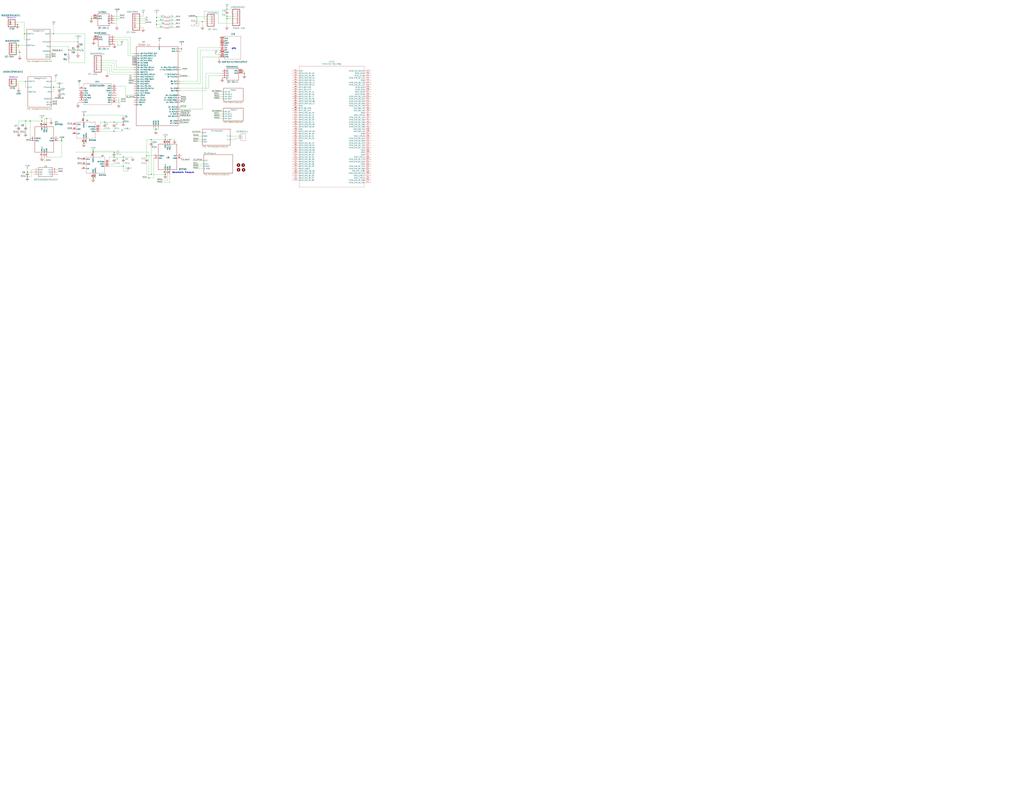
<source format=kicad_sch>
(kicad_sch (version 20230121) (generator eeschema)
  (paper "E")
  (lib_symbols
    (symbol "2024-04-02_05-03-21:mimxrt1176cvm8a" (pin_names (offset 0.254))
      (property "Reference" "U" (at 43.18 10.16 0))
      (property "Value" "mimxrt1176cvm8a" (at 43.18 7.62 0))
      (symbol "mimxrt1176cvm8a_1_1"
        (pin power_out line (at 0 0 0) (length 7.62) (name "VSS") (number "A1"))
        (pin input line (at 0 -2.54 0) (length 7.62) (name "GPIO_EMC_B1_10") (number "A2"))
        (pin input line (at 0 -5.08 0) (length 7.62) (name "GPIO_EMC_B1_09") (number "A3"))
        (pin input line (at 0 -7.62 0) (length 7.62) (name "GPIO_DISP_B2_15") (number "A4"))
        (pin input line (at 0 -10.16 0) (length 7.62) (name "GPIO_DISP_B2_13") (number "A5"))
        (pin input line (at 0 -12.7 0) (length 7.62) (name "GPIO_DISP_B2_11") (number "A6"))
        (pin input line (at 0 -15.24 0) (length 7.62) (name "GPIO_DISP_B2_14") (number "A7"))
        (pin input line (at 0 -17.78 0) (length 7.62) (name "MIPI_DSI_DN0") (number "A8"))
        (pin unspecified line (at 0 -20.32 0) (length 7.62) (name "MIPI_DSI_CKN") (number "A9"))
        (pin input line (at 0 -22.86 0) (length 7.62) (name "GPIO_EMC_B1_14") (number "B1"))
        (pin input line (at 0 -25.4 0) (length 7.62) (name "GPIO_EMC_B1_23") (number "B2"))
        (pin input line (at 0 -27.94 0) (length 7.62) (name "GPIO_EMC_B1_17") (number "B3"))
        (pin input line (at 0 -30.48 0) (length 7.62) (name "GPIO_EMC_B1_18") (number "B4"))
        (pin input line (at 0 -33.02 0) (length 7.62) (name "GPIO_DISP_B2_08") (number "B5"))
        (pin input line (at 0 -35.56 0) (length 7.62) (name "GPIO_DISP_B2_12") (number "B6"))
        (pin power_out line (at 0 -38.1 0) (length 7.62) (name "VSS") (number "B7"))
        (pin input line (at 0 -40.64 0) (length 7.62) (name "MIPI_DSI_DP0") (number "B8"))
        (pin unspecified line (at 0 -43.18 0) (length 7.62) (name "MIPI_DSI_CKP") (number "B9"))
        (pin input line (at 0 -45.72 0) (length 7.62) (name "GPIO_EMC_B1_15") (number "C1"))
        (pin input line (at 0 -48.26 0) (length 7.62) (name "GPIO_EMC_B1_11") (number "C2"))
        (pin input line (at 0 -50.8 0) (length 7.62) (name "GPIO_EMC_B1_20") (number "C3"))
        (pin input line (at 0 -53.34 0) (length 7.62) (name "GPIO_EMC_B1_19") (number "C4"))
        (pin input line (at 0 -55.88 0) (length 7.62) (name "GPIO_EMC_B1_12") (number "C5"))
        (pin input line (at 0 -58.42 0) (length 7.62) (name "GPIO_DISP_B2_06") (number "C6"))
        (pin input line (at 0 -60.96 0) (length 7.62) (name "GPIO_DISP_B2_04") (number "C7"))
        (pin power_out line (at 0 -63.5 0) (length 7.62) (name "VSS") (number "C8"))
        (pin input line (at 0 -66.04 0) (length 7.62) (name "GPIO_DISP_B2_05") (number "C9"))
        (pin input line (at 0 -68.58 0) (length 7.62) (name "GPIO_EMC_B1_32") (number "D1"))
        (pin input line (at 0 -71.12 0) (length 7.62) (name "GPIO_EMC_B1_31") (number "D2"))
        (pin input line (at 0 -73.66 0) (length 7.62) (name "GPIO_EMC_B1_16") (number "D3"))
        (pin power_out line (at 0 -76.2 0) (length 7.62) (name "VSS") (number "D4"))
        (pin input line (at 0 -78.74 0) (length 7.62) (name "GPIO_EMC_B1_13") (number "D5"))
        (pin input line (at 0 -81.28 0) (length 7.62) (name "GPIO_DISP_B2_07") (number "D6"))
        (pin input line (at 0 -83.82 0) (length 7.62) (name "GPIO_DISP_B2_03") (number "D7"))
        (pin input line (at 0 -86.36 0) (length 7.62) (name "GPIO_DISP_B2_09") (number "D8"))
        (pin input line (at 0 -88.9 0) (length 7.62) (name "GPIO_DISP_B2_10") (number "D9"))
        (pin input line (at 0 -91.44 0) (length 7.62) (name "GPIO_EMC_B1_34") (number "E1"))
        (pin input line (at 0 -93.98 0) (length 7.62) (name "GPIO_EMC_B1_33") (number "E2"))
        (pin input line (at 0 -96.52 0) (length 7.62) (name "GPIO_EMC_B1_30") (number "E3"))
        (pin input line (at 0 -99.06 0) (length 7.62) (name "GPIO_EMC_B1_03") (number "E4"))
        (pin input line (at 0 -101.6 0) (length 7.62) (name "GPIO_EMC_B1_28") (number "E5"))
        (pin input line (at 0 -104.14 0) (length 7.62) (name "GPIO_EMC_B1_29") (number "E6"))
        (pin power_in line (at 0 -106.68 0) (length 7.62) (name "NVCC_DISP2") (number "E7"))
        (pin input line (at 0 -109.22 0) (length 7.62) (name "GPIO_DISP_B2_00") (number "E8"))
        (pin input line (at 0 -111.76 0) (length 7.62) (name "GPIO_DISP_B2_02") (number "E9"))
        (pin input line (at 0 -114.3 0) (length 7.62) (name "GPIO_EMC_B1_35") (number "F1"))
        (pin input line (at 0 -116.84 0) (length 7.62) (name "GPIO_EMC_B1_01") (number "F2"))
        (pin input line (at 0 -119.38 0) (length 7.62) (name "GPIO_EMC_B1_00") (number "F3"))
        (pin input line (at 86.36 -121.92 180) (length 7.62) (name "GPIO_EMC_B1_05") (number "F4"))
        (pin input line (at 86.36 -119.38 180) (length 7.62) (name "GPIO_EMC_B1_08") (number "F5"))
        (pin power_in line (at 86.36 -116.84 180) (length 7.62) (name "NVCC_EMC1") (number "F6"))
        (pin power_in line (at 86.36 -114.3 180) (length 7.62) (name "NVCC_EMC1") (number "F7"))
        (pin input line (at 86.36 -111.76 180) (length 7.62) (name "GPIO_DISP_B2_01") (number "F8"))
        (pin power_in line (at 86.36 -109.22 180) (length 7.62) (name "VDD_MIPI_1P8") (number "F9"))
        (pin input line (at 86.36 -106.68 180) (length 7.62) (name "GPIO_EMC_B1_36") (number "G1"))
        (pin input line (at 86.36 -104.14 180) (length 7.62) (name "GPIO_EMC_B1_21") (number "G2"))
        (pin power_out line (at 86.36 -101.6 180) (length 7.62) (name "VSS") (number "G3"))
        (pin input line (at 86.36 -99.06 180) (length 7.62) (name "GPIO_EMC_B1_02") (number "G4"))
        (pin input line (at 86.36 -96.52 180) (length 7.62) (name "GPIO_EMC_B1_27") (number "G5"))
        (pin power_in line (at 86.36 -93.98 180) (length 7.62) (name "NVCC_EMC1") (number "G6"))
        (pin power_out line (at 86.36 -91.44 180) (length 7.62) (name "VSS") (number "G7"))
        (pin power_out line (at 86.36 -88.9 180) (length 7.62) (name "VSS") (number "G8"))
        (pin power_out line (at 86.36 -86.36 180) (length 7.62) (name "VSS") (number "G9"))
        (pin input line (at 86.36 -83.82 180) (length 7.62) (name "GPIO_EMC_B1_37") (number "H1"))
        (pin input line (at 86.36 -81.28 180) (length 7.62) (name "GPIO_EMC_B1_22") (number "H2"))
        (pin input line (at 86.36 -78.74 180) (length 7.62) (name "GPIO_EMC_B1_07") (number "H3"))
        (pin input line (at 86.36 -76.2 180) (length 7.62) (name "GPIO_EMC_B1_06") (number "H4"))
        (pin input line (at 86.36 -73.66 180) (length 7.62) (name "GPIO_EMC_B1_04") (number "H5"))
        (pin power_in line (at 86.36 -71.12 180) (length 7.62) (name "NVCC_EMC2") (number "H6"))
        (pin power_out line (at 86.36 -68.58 180) (length 7.62) (name "VSS") (number "H7"))
        (pin power_in line (at 86.36 -66.04 180) (length 7.62) (name "VDD_SOC_IN") (number "H8"))
        (pin power_in line (at 86.36 -63.5 180) (length 7.62) (name "VDD_SOC_IN") (number "H9"))
        (pin input line (at 86.36 -60.96 180) (length 7.62) (name "GPIO_EMC_B1_38") (number "J1"))
        (pin input line (at 86.36 -58.42 180) (length 7.62) (name "GPIO_EMC_B1_39") (number "J2"))
        (pin input line (at 86.36 -55.88 180) (length 7.62) (name "GPIO_EMC_B1_26") (number "J3"))
        (pin input line (at 86.36 -53.34 180) (length 7.62) (name "GPIO_EMC_B1_25") (number "J4"))
        (pin input line (at 86.36 -50.8 180) (length 7.62) (name "GPIO_EMC_B1_24") (number "J5"))
        (pin power_in line (at 86.36 -48.26 180) (length 7.62) (name "NVCC_EMC2") (number "J6"))
        (pin power_out line (at 86.36 -45.72 180) (length 7.62) (name "VSS") (number "J7"))
        (pin power_in line (at 86.36 -43.18 180) (length 7.62) (name "VDD_SOC_IN") (number "J8"))
        (pin power_in line (at 86.36 -40.64 180) (length 7.62) (name "VDD_S0C_IN") (number "J9"))
        (pin input line (at 86.36 -38.1 180) (length 7.62) (name "GPIO_EMC_B1_40") (number "K1"))
        (pin input line (at 86.36 -35.56 180) (length 7.62) (name "GPIO_EMC_B2_00") (number "K2"))
        (pin input line (at 86.36 -33.02 180) (length 7.62) (name "GPIO_EMC_B2_02") (number "K3"))
        (pin input line (at 86.36 -30.48 180) (length 7.62) (name "GPIO_EMC_B2_01") (number "K4"))
        (pin input line (at 86.36 -27.94 180) (length 7.62) (name "GPIO_EMC_B2_13") (number "K5"))
        (pin power_out line (at 86.36 -25.4 180) (length 7.62) (name "DCDC_GND") (number "K6"))
        (pin power_out line (at 86.36 -22.86 180) (length 7.62) (name "DCDC_GND") (number "K7"))
        (pin unspecified line (at 86.36 -20.32 180) (length 7.62) (name "DCDC_DIG") (number "K8"))
        (pin unspecified line (at 86.36 -17.78 180) (length 7.62) (name "DCDC_DIG") (number "K9"))
        (pin input line (at 86.36 -15.24 180) (length 7.62) (name "GPIO_EMC_B1_41") (number "L1"))
        (pin input line (at 86.36 -12.7 180) (length 7.62) (name "GPIO_EMC_B2_15") (number "L2"))
        (pin power_out line (at 86.36 -10.16 180) (length 7.62) (name "VSS") (number "L3"))
        (pin input line (at 86.36 -7.62 180) (length 7.62) (name "GPIO_EMC_B2_11") (number "L4"))
        (pin unspecified line (at 86.36 -5.08 180) (length 7.62) (name "DCDC_IN_Q") (number "L5"))
        (pin power_out line (at 86.36 -2.54 180) (length 7.62) (name "DCDC_GND") (number "L6"))
        (pin unspecified line (at 86.36 0 180) (length 7.62) (name "DCDC_DIG_SENSE") (number "L7"))
      )
      (symbol "mimxrt1176cvm8a_2_1"
        (pin unspecified line (at 86.36 -101.6 180) (length 7.62) (name "MIPI_DSI_DN1") (number "A10"))
        (pin unspecified line (at 86.36 -99.06 180) (length 7.62) (name "MIPI_CSI_DN0") (number "A11"))
        (pin unspecified line (at 86.36 -96.52 180) (length 7.62) (name "MIPI_SCI_CKN") (number "A12"))
        (pin unspecified line (at 86.36 -93.98 180) (length 7.62) (name "MIPI_SCI_DN1") (number "A13"))
        (pin input line (at 86.36 -91.44 180) (length 7.62) (name "GPIO_DISP_B1_11") (number "A14"))
        (pin input line (at 86.36 -88.9 180) (length 7.62) (name "GPIO_DISP_B1_08") (number "A15"))
        (pin input line (at 86.36 -86.36 180) (length 7.62) (name "GPIO_SD_B1_05") (number "A16"))
        (pin power_out line (at 86.36 -83.82 180) (length 7.62) (name "VSS") (number "A17"))
        (pin unspecified line (at 86.36 -81.28 180) (length 7.62) (name "MIPI_DSI_DP1") (number "B10"))
        (pin unspecified line (at 86.36 -78.74 180) (length 7.62) (name "MIPI_CSI_DP0") (number "B11"))
        (pin unspecified line (at 86.36 -76.2 180) (length 7.62) (name "MIPI_SCI_CKP") (number "B12"))
        (pin unspecified line (at 86.36 -73.66 180) (length 7.62) (name "MIPI_SCI_DP1") (number "B13"))
        (pin input line (at 86.36 -71.12 180) (length 7.62) (name "GPIO_DISP_B1_10") (number "B14"))
        (pin input line (at 86.36 -68.58 180) (length 7.62) (name "GPIO_SD_B1_04") (number "B15"))
        (pin input line (at 86.36 -66.04 180) (length 7.62) (name "GPIO_SD_B1_00") (number "B16"))
        (pin input line (at 86.36 -63.5 180) (length 7.62) (name "GPIO_SD_B1_036") (number "B17"))
        (pin power_out line (at 86.36 -60.96 180) (length 7.62) (name "VSS") (number "C10"))
        (pin input line (at 86.36 -58.42 180) (length 7.62) (name "GPIO_DISP_B1_05") (number "C11"))
        (pin power_out line (at 86.36 -55.88 180) (length 7.62) (name "VSS") (number "C12"))
        (pin input line (at 86.36 -53.34 180) (length 7.62) (name "GPIO_DISP_B1_09") (number "C13"))
        (pin power_out line (at 86.36 -50.8 180) (length 7.62) (name "VSS") (number "C14"))
        (pin input line (at 86.36 -48.26 180) (length 7.62) (name "GPIO_SD_B1_02") (number "C15"))
        (pin input line (at 86.36 -45.72 180) (length 7.62) (name "USB2_DN") (number "C16"))
        (pin input line (at 86.36 -43.18 180) (length 7.62) (name "USB2_DP") (number "C17"))
        (pin input line (at 86.36 -40.64 180) (length 7.62) (name "GPIO_DISP_B1_06") (number "D10"))
        (pin input line (at 86.36 -38.1 180) (length 7.62) (name "GPIO_DISP_B1_02") (number "D11"))
        (pin input line (at 86.36 -35.56 180) (length 7.62) (name "NVCC_DISP1") (number "D12"))
        (pin input line (at 86.36 -33.02 180) (length 7.62) (name "GPIO_DISP_B1_01") (number "D13"))
        (pin input line (at 86.36 -30.48 180) (length 7.62) (name "NVCC_SD1") (number "D14"))
        (pin input line (at 86.36 -27.94 180) (length 7.62) (name "GPIO_SD_B1_01") (number "D15"))
        (pin input line (at 86.36 -25.4 180) (length 7.62) (name "USB2_VBUS") (number "D16"))
        (pin input line (at 86.36 -22.86 180) (length 7.62) (name "USB1_VBUS") (number "D17"))
        (pin input line (at 86.36 -20.32 180) (length 7.62) (name "GPIO_DISP_B1_04") (number "E10"))
        (pin input line (at 86.36 -17.78 180) (length 7.62) (name "GPIO_DISP_B1_03") (number "E11"))
        (pin input line (at 86.36 -15.24 180) (length 7.62) (name "GPIO_DISP_B1_07") (number "E12"))
        (pin input line (at 86.36 -12.7 180) (length 7.62) (name "GPIO_DISP_B1_00") (number "E13"))
        (pin input line (at 86.36 -10.16 180) (length 7.62) (name "GPIO_SD_B2_05") (number "E14"))
        (pin input line (at 86.36 -7.62 180) (length 7.62) (name "GPIO_SD_B2_03") (number "E15"))
        (pin input line (at 86.36 -5.08 180) (length 7.62) (name "USB1_DN") (number "E16"))
        (pin input line (at 86.36 -2.54 180) (length 7.62) (name "USB1_DP") (number "E17"))
        (pin power_in line (at 86.36 0 180) (length 7.62) (name "VDD_MIPI_1P0") (number "F10"))
        (pin unspecified line (at 0 0 0) (length 7.62) (name "DCDC_DIG") (number "L8"))
        (pin input line (at 0 -2.54 0) (length 7.62) (name "GPIO_SNVS_02") (number "L9"))
        (pin input line (at 0 -5.08 0) (length 7.62) (name "GPIO_EMC_B2_04") (number "M1"))
        (pin input line (at 0 -7.62 0) (length 7.62) (name "GPIO_EMC_B2_12") (number "M2"))
        (pin input line (at 0 -10.16 0) (length 7.62) (name "GPIO_EMC_B2_07") (number "M3"))
        (pin input line (at 0 -12.7 0) (length 7.62) (name "GPIO_EMC_B2_14") (number "M4"))
        (pin unspecified line (at 0 -15.24 0) (length 7.62) (name "DCDC_IN") (number "M5"))
        (pin unspecified line (at 0 -17.78 0) (length 7.62) (name "DCDC_ANA_SENSE") (number "M6"))
        (pin unspecified line (at 0 -20.32 0) (length 7.62) (name "DCDC_ANA") (number "M7"))
        (pin unspecified line (at 0 -22.86 0) (length 7.62) (name "DCDC_ANA") (number "M8"))
        (pin input line (at 0 -25.4 0) (length 7.62) (name "GPIO_SNVS_06") (number "M9"))
        (pin input line (at 0 -27.94 0) (length 7.62) (name "GPIO_EMC_B2_05") (number "N1"))
        (pin input line (at 0 -30.48 0) (length 7.62) (name "GPIO_EMC_B2_09") (number "N2"))
        (pin input line (at 0 -33.02 0) (length 7.62) (name "GPIO_EMC_B2_18") (number "N3"))
        (pin unspecified line (at 0 -35.56 0) (length 7.62) (name "DCDC_MODE") (number "N4"))
        (pin unspecified line (at 0 -38.1 0) (length 7.62) (name "DCDC_IN") (number "N5"))
        (pin input line (at 0 -40.64 0) (length 7.62) (name "GPIO_LPSR_00") (number "N6"))
        (pin input line (at 0 -43.18 0) (length 7.62) (name "GPIO_LPSR_04") (number "N7"))
        (pin input line (at 0 -45.72 0) (length 7.62) (name "GPIO_LPSR_05") (number "N8"))
        (pin input line (at 0 -48.26 0) (length 7.62) (name "GPIO_SNVS_08") (number "N9"))
        (pin input line (at 0 -50.8 0) (length 7.62) (name "GPIO_EMC_B2_08") (number "P1"))
        (pin input line (at 0 -53.34 0) (length 7.62) (name "GPIO_EMC_B2_16") (number "P2"))
        (pin unspecified line (at 0 -55.88 0) (length 7.62) (name "DCDC_PSWITCH") (number "P3"))
        (pin power_out line (at 0 -58.42 0) (length 7.62) (name "VSS") (number "P4"))
        (pin input line (at 0 -60.96 0) (length 7.62) (name "GPIO_LPSR_09") (number "P5"))
        (pin input line (at 0 -63.5 0) (length 7.62) (name "GPIO_LPSR_02") (number "P6"))
        (pin power_in line (at 0 -66.04 0) (length 7.62) (name "NVCC_LPSR") (number "P7"))
        (pin input line (at 0 -68.58 0) (length 7.62) (name "GPIO_LPSR_06") (number "P8"))
        (pin input line (at 0 -71.12 0) (length 7.62) (name "GPIO_SNVS_05") (number "P9"))
        (pin input line (at 0 -73.66 0) (length 7.62) (name "GPIO_EMC_B2_03") (number "R1"))
        (pin input line (at 0 -76.2 0) (length 7.62) (name "GPIO_EMC_B2_10") (number "R2"))
        (pin input line (at 0 -78.74 0) (length 7.62) (name "GPIO_EMC_B2_20") (number "R3"))
        (pin power_out line (at 0 -81.28 0) (length 7.62) (name "VSS") (number "R4"))
        (pin input line (at 0 -83.82 0) (length 7.62) (name "GPIO_LPSR_10") (number "R5"))
        (pin input line (at 0 -86.36 0) (length 7.62) (name "GPIO_LPSR_01") (number "R6"))
        (pin power_out line (at 0 -88.9 0) (length 7.62) (name "VSS") (number "R7"))
        (pin input line (at 0 -91.44 0) (length 7.62) (name "GPIO_LPSR_07") (number "R8"))
        (pin input line (at 0 -93.98 0) (length 7.62) (name "GPIO_SNVS_07") (number "R9"))
        (pin input line (at 0 -96.52 0) (length 7.62) (name "GPIO_EMC_B2_06") (number "T1"))
        (pin input line (at 0 -99.06 0) (length 7.62) (name "GPIO_EMC_B2_17") (number "T2"))
        (pin unspecified line (at 0 -101.6 0) (length 7.62) (name "DCDC_LP") (number "T3"))
        (pin unspecified line (at 0 -104.14 0) (length 7.62) (name "DCDC_LN") (number "T4"))
        (pin input line (at 0 -106.68 0) (length 7.62) (name "GPIO_LPSR_11") (number "T5"))
        (pin input line (at 0 -109.22 0) (length 7.62) (name "GPIO_LPSR_14") (number "T6"))
        (pin input line (at 0 -111.76 0) (length 7.62) (name "GPIO_LPSR_03") (number "T7"))
        (pin input line (at 0 -114.3 0) (length 7.62) (name "WAKEUP") (number "T8"))
        (pin output line (at 0 -116.84 0) (length 7.62) (name "PMIC_STBY_REQ") (number "T9"))
        (pin power_out line (at 0 -119.38 0) (length 7.62) (name "VSS") (number "U1"))
        (pin input line (at 86.36 -121.92 180) (length 7.62) (name "GPIO_EMC_B2_19") (number "U2"))
        (pin unspecified line (at 86.36 -119.38 180) (length 7.62) (name "DCDC_LP") (number "U3"))
        (pin unspecified line (at 86.36 -116.84 180) (length 7.62) (name "DCDC_LN") (number "U4"))
        (pin input line (at 86.36 -114.3 180) (length 7.62) (name "GPIO_LPSR_12") (number "U5"))
        (pin input line (at 86.36 -111.76 180) (length 7.62) (name "GPIO_LPSR_13") (number "U6"))
        (pin input line (at 86.36 -109.22 180) (length 7.62) (name "GPIO_LPSR_15") (number "U7"))
        (pin input line (at 86.36 -106.68 180) (length 7.62) (name "GPIO_LPSR_08") (number "U8"))
        (pin output line (at 86.36 -104.14 180) (length 7.62) (name "PMIC_ON_REQ") (number "U9"))
      )
      (symbol "mimxrt1176cvm8a_3_1"
        (pin power_out line (at 0 0 0) (length 7.62) (name "VSS") (number "F11"))
        (pin power_out line (at 0 -2.54 0) (length 7.62) (name "VSS") (number "F12"))
        (pin power_out line (at 0 -5.08 0) (length 7.62) (name "VSS") (number "F13"))
        (pin input line (at 0 -7.62 0) (length 7.62) (name "GPIO_SD_B2_04") (number "F14"))
        (pin input line (at 0 -10.16 0) (length 7.62) (name "GPIO_SD_B2_08") (number "F15"))
        (pin input line (at 0 -12.7 0) (length 7.62) (name "GPIO_SD_B2_11") (number "F16"))
        (pin input line (at 0 -15.24 0) (length 7.62) (name "GPIO_SD_B1_05") (number "F17"))
        (pin power_out line (at 0 -17.78 0) (length 7.62) (name "VSS") (number "G10"))
        (pin power_out line (at 0 -20.32 0) (length 7.62) (name "VSS") (number "G11"))
        (pin power_in line (at 0 -22.86 0) (length 7.62) (name "VDD_USB_3P3") (number "G12"))
        (pin input line (at 0 -25.4 0) (length 7.62) (name "NVCC_SD2") (number "G13"))
        (pin input line (at 0 -27.94 0) (length 7.62) (name "GPIO_SD_B2_07") (number "G14"))
        (pin power_out line (at 0 -30.48 0) (length 7.62) (name "VSS") (number "G15"))
        (pin power_in line (at 0 -33.02 0) (length 7.62) (name "ADC_VREFH") (number "G16"))
        (pin input line (at 0 -35.56 0) (length 7.62) (name "GPIO_SD_B1_35") (number "G17"))
        (pin power_in line (at 0 -38.1 0) (length 7.62) (name "VDD_SOC_IN") (number "H10"))
        (pin power_out line (at 0 -40.64 0) (length 7.62) (name "VSS") (number "H11"))
        (pin power_in line (at 0 -43.18 0) (length 7.62) (name "VDD_USB_1P8") (number "H12"))
        (pin input line (at 0 -45.72 0) (length 7.62) (name "GPIO_DISP_B2_02") (number "H13"))
        (pin input line (at 0 -48.26 0) (length 7.62) (name "GPIO_SD_B2_10") (number "H14"))
        (pin input line (at 0 -50.8 0) (length 7.62) (name "GPIO_SD_B2_09") (number "H15"))
        (pin output line (at 0 -53.34 0) (length 7.62) (name "DAC_OUT") (number "H16"))
        (pin input line (at 0 -55.88 0) (length 7.62) (name "GPIO_SD_B1_33") (number "H17"))
        (pin power_in line (at 0 -58.42 0) (length 7.62) (name "VDD_SOC_IN") (number "J10"))
        (pin power_out line (at 0 -60.96 0) (length 7.62) (name "VSS") (number "J11"))
        (pin input line (at 0 -63.5 0) (length 7.62) (name "GPIO_AD_23") (number "J12"))
        (pin power_in line (at 0 -66.04 0) (length 7.62) (name "VDDA_ADC_3P3") (number "J13"))
        (pin input line (at 0 -68.58 0) (length 7.62) (name "GPIO_SD_B2_01") (number "J14"))
        (pin input line (at 0 -71.12 0) (length 7.62) (name "GPIO_SD_B2_00") (number "J15"))
        (pin input line (at 0 -73.66 0) (length 7.62) (name "GPIO_AD_34") (number "J16"))
        (pin input line (at 0 -76.2 0) (length 7.62) (name "GPIO_SD_B1_31") (number "J17"))
        (pin power_in line (at 0 -78.74 0) (length 7.62) (name "VDD_SOC_IN") (number "K10"))
        (pin power_out line (at 0 -81.28 0) (length 7.62) (name "VSS") (number "K11"))
        (pin input line (at 0 -83.82 0) (length 7.62) (name "GPIO_AD_22") (number "K12"))
        (pin input line (at 0 -86.36 0) (length 7.62) (name "GPIO_AD_20") (number "K13"))
        (pin input line (at 0 -88.9 0) (length 7.62) (name "GPIO_AD_21") (number "K14"))
        (pin power_in line (at 0 -91.44 0) (length 7.62) (name "VDDA_ADC_1P8") (number "K15"))
        (pin input line (at 0 -93.98 0) (length 7.62) (name "GPIO_AD_32") (number "K16"))
        (pin input line (at 0 -96.52 0) (length 7.62) (name "GPIO_AD_30") (number "K17"))
        (pin power_out line (at 0 -99.06 0) (length 7.62) (name "VSS") (number "L10"))
        (pin power_out line (at 0 -101.6 0) (length 7.62) (name "VSS") (number "L11"))
        (pin input line (at 0 -104.14 0) (length 7.62) (name "GPIO_AD_13") (number "L12"))
        (pin input line (at 0 -106.68 0) (length 7.62) (name "GPIO_AD_24") (number "L13"))
        (pin input line (at 0 -109.22 0) (length 7.62) (name "GPIO_AD_26") (number "L14"))
        (pin power_out line (at 0 -111.76 0) (length 7.62) (name "VSS") (number "L15"))
        (pin input line (at 0 -114.3 0) (length 7.62) (name "GPIO_AD_19") (number "L16"))
        (pin input line (at 0 -116.84 0) (length 7.62) (name "GPIO_AD_28") (number "L17"))
        (pin input line (at 0 -119.38 0) (length 7.62) (name "GPIO_SNVS_03") (number "M10"))
        (pin power_in line (at 81.28 -119.38 180) (length 7.62) (name "VDDA_1P8_IN") (number "M11"))
        (pin power_in line (at 81.28 -116.84 180) (length 7.62) (name "NVCC_GPIO") (number "M12"))
        (pin input line (at 81.28 -114.3 180) (length 7.62) (name "GPIO_AD_04") (number "M13"))
        (pin input line (at 81.28 -111.76 180) (length 7.62) (name "GPIO_AD_15") (number "M14"))
        (pin input line (at 81.28 -109.22 180) (length 7.62) (name "GPIO_AD_25") (number "M15"))
        (pin input line (at 81.28 -106.68 180) (length 7.62) (name "GPIO_AD_18") (number "M16"))
        (pin input line (at 81.28 -104.14 180) (length 7.62) (name "GPIO_AD_29") (number "M17"))
        (pin input line (at 81.28 -101.6 180) (length 7.62) (name "GPIO_SNVS_04") (number "N10"))
        (pin power_in line (at 81.28 -99.06 180) (length 7.62) (name "VDDA_1P0") (number "N11"))
        (pin input line (at 81.28 -96.52 180) (length 7.62) (name "GPIO_AD_00") (number "N12"))
        (pin input line (at 81.28 -93.98 180) (length 7.62) (name "GPIO_AD_06") (number "N13"))
        (pin input line (at 81.28 -91.44 180) (length 7.62) (name "GPIO_AD_14") (number "N14"))
        (pin input line (at 81.28 -88.9 180) (length 7.62) (name "GPIO_AD_17") (number "N15"))
        (pin input line (at 81.28 -86.36 180) (length 7.62) (name "GPIO_AD_27") (number "N16"))
        (pin input line (at 81.28 -83.82 180) (length 7.62) (name "GPIO_AD_16") (number "N17"))
        (pin input line (at 81.28 -81.28 180) (length 7.62) (name "GPIO_SNVS_01") (number "P10"))
        (pin power_in line (at 81.28 -78.74 180) (length 7.62) (name "VDD_LPSR_DIG") (number "P11"))
        (pin power_in line (at 81.28 -76.2 180) (length 7.62) (name "VDD_LPSR_ANA") (number "P12"))
        (pin input line (at 81.28 -73.66 180) (length 7.62) (name "GPIO_AD_05") (number "P13"))
        (pin power_out line (at 81.28 -71.12 180) (length 7.62) (name "VSS") (number "P14"))
        (pin input line (at 81.28 -68.58 180) (length 7.62) (name "GPIO_AD_03") (number "P15"))
        (pin input line (at 81.28 -66.04 180) (length 7.62) (name "GPIO_AD_11") (number "P16"))
        (pin input line (at 81.28 -63.5 180) (length 7.62) (name "GPIO_AD_12") (number "P17"))
        (pin input line (at 81.28 -60.96 180) (length 7.62) (name "GPIO_SNVS_00") (number "R10"))
        (pin input line (at 81.28 -58.42 180) (length 7.62) (name "GPIO_SNVS_09") (number "R11"))
        (pin power_in line (at 81.28 -55.88 180) (length 7.62) (name "VDD_LPSR_IN") (number "R12"))
        (pin input line (at 81.28 -53.34 180) (length 7.62) (name "GPIO_AD_02") (number "R13"))
        (pin input line (at 81.28 -50.8 180) (length 7.62) (name "GPIO_AD_01") (number "R14"))
        (pin input line (at 81.28 -48.26 180) (length 7.62) (name "GPIO_AD_08") (number "R15"))
        (pin input line (at 81.28 -45.72 180) (length 7.62) (name "GPIO_AD_09") (number "R16"))
        (pin input line (at 81.28 -43.18 180) (length 7.62) (name "GPIO_AD_10") (number "R17"))
        (pin unspecified line (at 81.28 -40.64 180) (length 7.62) (name "POR_B") (number "T10"))
        (pin input line (at 81.28 -38.1 180) (length 7.62) (name "TEST_MODE") (number "T11"))
        (pin power_out line (at 81.28 -35.56 180) (length 7.62) (name "VSS") (number "T12"))
        (pin unspecified line (at 81.28 -33.02 180) (length 7.62) (name "RTC_XTALI") (number "T13"))
        (pin power_in line (at 81.28 -30.48 180) (length 7.62) (name "VDD_SNVS_DIG") (number "T14"))
        (pin input line (at 81.28 -27.94 180) (length 7.62) (name "CLK1_N") (number "T15"))
        (pin unspecified line (at 81.28 -25.4 180) (length 7.62) (name "XTALO") (number "T16"))
        (pin input line (at 81.28 -22.86 180) (length 7.62) (name "GPIO_AD_07") (number "T17"))
        (pin input line (at 81.28 -20.32 180) (length 7.62) (name "ONOFF") (number "U10"))
        (pin power_in line (at 81.28 -17.78 180) (length 7.62) (name "NVCC_SNVS") (number "U11"))
        (pin power_in line (at 81.28 -15.24 180) (length 7.62) (name "VDD_SNVS_IN") (number "U12"))
        (pin unspecified line (at 81.28 -12.7 180) (length 7.62) (name "REC_XTALO") (number "U13"))
        (pin power_in line (at 81.28 -10.16 180) (length 7.62) (name "VDD_SNVS_ANA") (number "U14"))
        (pin input line (at 81.28 -7.62 180) (length 7.62) (name "CLK1_P") (number "U15"))
        (pin unspecified line (at 81.28 -5.08 180) (length 7.62) (name "XTALI") (number "U16"))
        (pin power_out line (at 81.28 -2.54 180) (length 7.62) (name "VSS") (number "U17"))
      )
    )
    (symbol "BMM350_1"
      (property "Reference" "U$5" (at 10.16 8.89 0))
      (property "Value" "BMM350" (at 10.16 -12.065 0))
      (symbol "BMM350_1_1_0"
        (pin bidirectional line (at -12.7 -5.08 0) (length 5.08) (name "INT") (number "A1"))
        (pin bidirectional line (at -12.7 0 0) (length 5.08) (name "SDA") (number "A2"))
        (pin bidirectional line (at -12.7 5.08 0) (length 5.08) (name "SCK") (number "A3"))
        (pin bidirectional line (at 0 -15.24 90) (length 5.08) (name "GND") (number "B1"))
        (pin bidirectional line (at 2.54 -15.24 90) (length 5.08) (name "ADSEL") (number "B2"))
        (pin bidirectional line (at 0 12.7 270) (length 5.08) (name "VDDIO") (number "B3"))
        (pin bidirectional line (at 17.78 -2.54 180) (length 5.08) (name "VDD") (number "C1"))
        (pin bidirectional line (at 17.78 0 180) (length 5.08) (name "CRST") (number "C2"))
        (pin bidirectional line (at 17.78 2.54 180) (length 5.08) (name "BYPASS") (number "C3"))
      )
    )
    (symbol "BRGRavioncswithVTX-eagle-import:GND-EARTH" (power)
      (property "Value" "GND-EARTH" (at 0 -3.175 0))
      (symbol "GND-EARTH_1_0"
        (pin power_in line (at 0 2.54 270) (length 2.54) (name "GND") (number "1"))
      )
    )
    (symbol "BRGRavioncswithVTX-eagle-import:JST-GH4"
      (symbol "JST-GH4_1_0"
        (pin passive inverted (at 0 0 0) (length 2.54) (name "1") (number "1"))
        (pin passive inverted (at 0 -2.54 0) (length 2.54) (name "2") (number "2"))
        (pin passive inverted (at 0 -5.08 0) (length 2.54) (name "3") (number "3"))
        (pin passive inverted (at 0 -7.62 0) (length 2.54) (name "4") (number "4"))
      )
    )
    (symbol "BRGRavioncswithVTX-eagle-import:PINHD-1X6"
      (property "Reference" "JP" (at -6.35 10.795 0))
      (symbol "PINHD-1X6_1_0"
        (pin passive inverted (at -2.54 7.62 0) (length 2.54) (name "1") (number "1"))
        (pin passive inverted (at -2.54 5.08 0) (length 2.54) (name "2") (number "2"))
        (pin passive inverted (at -2.54 2.54 0) (length 2.54) (name "3") (number "3"))
        (pin passive inverted (at -2.54 0 0) (length 2.54) (name "4") (number "4"))
        (pin passive inverted (at -2.54 -2.54 0) (length 2.54) (name "5") (number "5"))
        (pin passive inverted (at -2.54 -5.08 0) (length 2.54) (name "6") (number "6"))
      )
    )
    (symbol "BRGRavionics-eagle-import:2828XX-2282834-2"
      (property "Reference" "J" (at 0 5.334 0))
      (symbol "2828XX-2282834-2_1_0"
        (pin bidirectional line (at -5.08 2.54 0) (length 2.54) (name "1") (number "1"))
        (pin bidirectional line (at -5.08 0 0) (length 2.54) (name "2") (number "2"))
      )
    )
    (symbol "BRGRavionics-eagle-import:ADAFRUITULTIMATEGPSV3"
      (symbol "ADAFRUITULTIMATEGPSV3_1_0"
        (pin bidirectional line (at -15.24 7.62 0) (length 5.08) (name "3.3") (number "3.3V"))
        (pin bidirectional line (at -15.24 5.08 0) (length 5.08) (name "EN") (number "EN"))
        (pin bidirectional line (at -15.24 0 0) (length 5.08) (name "FIX") (number "FIX"))
        (pin bidirectional line (at -15.24 -7.62 0) (length 5.08) (name "GND") (number "GND"))
        (pin bidirectional line (at -15.24 -12.7 0) (length 5.08) (name "PPS") (number "PPS"))
        (pin bidirectional line (at -15.24 -5.08 0) (length 5.08) (name "RX") (number "RX"))
        (pin bidirectional line (at -15.24 -2.54 0) (length 5.08) (name "TX") (number "TX"))
        (pin bidirectional line (at -15.24 2.54 0) (length 5.08) (name "VBAT") (number "VBAT"))
        (pin bidirectional line (at -15.24 -10.16 0) (length 5.08) (name "VIN") (number "VIN"))
      )
    )
    (symbol "BRGRavionics-eagle-import:BMM350"
      (symbol "BMM350_1_0"
        (pin bidirectional line (at -12.7 -5.08 0) (length 5.08) (name "INT") (number "A1"))
        (pin bidirectional line (at -12.7 0 0) (length 5.08) (name "SDA") (number "A2"))
        (pin bidirectional line (at -12.7 5.08 0) (length 5.08) (name "SCK") (number "A3"))
        (pin bidirectional line (at 0 -15.24 90) (length 5.08) (name "GND") (number "B1"))
        (pin bidirectional line (at 2.54 -15.24 90) (length 5.08) (name "ADSEL") (number "B2"))
        (pin bidirectional line (at 0 12.7 270) (length 5.08) (name "VDDIO") (number "B3"))
        (pin bidirectional line (at 17.78 -2.54 180) (length 5.08) (name "VDD") (number "C1"))
        (pin bidirectional line (at 17.78 0 180) (length 5.08) (name "CRST") (number "C2"))
        (pin bidirectional line (at 17.78 2.54 180) (length 5.08) (name "BYPASS") (number "C3"))
      )
    )
    (symbol "BRGRavionics-eagle-import:BMP581"
      (property "Reference" "U" (at 26.67 17.78 0))
      (symbol "BMP581_1_0"
        (pin bidirectional line (at 0 0 0) (length 5.08) (name "VDDIO") (number "1"))
        (pin bidirectional line (at 12.7 17.78 270) (length 5.08) (name "VDD") (number "10"))
        (pin bidirectional line (at 0 -2.54 0) (length 5.08) (name "SCK") (number "2"))
        (pin bidirectional line (at 12.7 -20.32 90) (length 5.08) (name "VSS_1") (number "3"))
        (pin bidirectional line (at 15.24 -20.32 90) (length 5.08) (name "SDI") (number "4"))
        (pin bidirectional line (at 17.78 -20.32 90) (length 5.08) (name "SDO") (number "5"))
        (pin bidirectional line (at 30.48 -2.54 180) (length 5.08) (name "CSB") (number "6"))
        (pin bidirectional line (at 30.48 0 180) (length 5.08) (name "INT") (number "7"))
        (pin bidirectional line (at 17.78 17.78 270) (length 5.08) (name "VSS_2") (number "8"))
        (pin bidirectional line (at 15.24 17.78 270) (length 5.08) (name "VSS_3") (number "9"))
      )
    )
    (symbol "BRGRavionics-eagle-import:GND-EARTH" (power)
      (property "Value" "GND-EARTH" (at 0 -3.175 0))
      (symbol "GND-EARTH_1_0"
        (pin power_in line (at 0 2.54 270) (length 2.54) (name "GND") (number "1"))
      )
    )
    (symbol "BRGRavionics-eagle-import:JST-GH4"
      (symbol "JST-GH4_1_0"
        (pin passive inverted (at 0 0 0) (length 2.54) (name "1") (number "1"))
        (pin passive inverted (at 0 -2.54 0) (length 2.54) (name "2") (number "2"))
        (pin passive inverted (at 0 -5.08 0) (length 2.54) (name "3") (number "3"))
        (pin passive inverted (at 0 -7.62 0) (length 2.54) (name "4") (number "4"))
      )
    )
    (symbol "BRGRavionics-eagle-import:JST-GH6"
      (symbol "JST-GH6_1_0"
        (pin passive inverted (at 0 0 0) (length 2.54) (name "1") (number "1"))
        (pin passive inverted (at 0 -2.54 0) (length 2.54) (name "2") (number "2"))
        (pin passive inverted (at 0 -5.08 0) (length 2.54) (name "3") (number "3"))
        (pin passive inverted (at 0 -7.62 0) (length 2.54) (name "4") (number "4"))
        (pin passive inverted (at 0 -10.16 0) (length 2.54) (name "5") (number "5"))
        (pin passive inverted (at 0 -12.7 0) (length 2.54) (name "6") (number "6"))
      )
    )
    (symbol "BRGRavionics-eagle-import:JST-SH-4"
      (property "Reference" "J" (at 19.05 7.62 0))
      (symbol "JST-SH-4_1_0"
        (pin bidirectional line (at 22.86 0 180) (length 5.08) (name "1") (number "1"))
        (pin bidirectional line (at 22.86 -2.54 180) (length 5.08) (name "2") (number "2"))
        (pin bidirectional line (at 22.86 -5.08 180) (length 5.08) (name "3") (number "3"))
        (pin bidirectional line (at 22.86 -7.62 180) (length 5.08) (name "4") (number "4"))
        (pin bidirectional line (at 0 0 0) (length 5.08) (name "MP1") (number "MP1"))
        (pin bidirectional line (at 0 -2.54 0) (length 5.08) (name "MP2") (number "MP2"))
      )
    )
    (symbol "BRGRavionics-eagle-import:SPARKFUNM9N"
      (property "Reference" "U$10" (at -1.905 11.43 0))
      (property "Value" "SPARKFUNM9N" (at 7.62 7.62 0))
      (symbol "SPARKFUNM9N_1_0"
        (pin bidirectional line (at -20.32 7.62 0) (length 5.08) (name "PPS") (number "1"))
        (pin bidirectional line (at 20.32 -5.08 180) (length 5.08) (name "TX/SDO") (number "10"))
        (pin bidirectional line (at 20.32 -2.54 180) (length 5.08) (name "RX/SDI") (number "11"))
        (pin bidirectional line (at 20.32 0 180) (length 5.08) (name "/CS") (number "12"))
        (pin bidirectional line (at 20.32 2.54 180) (length 5.08) (name "3V3") (number "13"))
        (pin bidirectional line (at 20.32 5.08 180) (length 5.08) (name "5V") (number "14"))
        (pin bidirectional line (at 20.32 -10.16 180) (length 5.08) (name "GND") (number "15"))
        (pin bidirectional line (at -20.32 5.08 0) (length 5.08) (name "/RST") (number "2"))
        (pin bidirectional line (at -20.32 2.54 0) (length 5.08) (name "/SAFE") (number "3"))
        (pin bidirectional line (at -20.32 0 0) (length 5.08) (name "INT") (number "4"))
        (pin bidirectional line (at -20.32 -5.08 0) (length 5.08) (name "GND") (number "5"))
        (pin bidirectional line (at -20.32 -2.54 0) (length 5.08) (name "3V3") (number "6"))
        (pin bidirectional line (at -20.32 -7.62 0) (length 5.08) (name "SDA") (number "7"))
        (pin bidirectional line (at -20.32 -10.16 0) (length 5.08) (name "SCL") (number "8"))
        (pin bidirectional line (at 20.32 -7.62 180) (length 5.08) (name "SCK") (number "9"))
      )
    )
    (symbol "BRGRavionics-eagle-import:XT30"
      (symbol "XT30_1_0"
        (pin passive inverted (at 0 0 0) (length 2.54) (name "+") (number "1"))
        (pin passive inverted (at 0 -2.54 0) (length 2.54) (name "-") (number "2"))
      )
    )
    (symbol "BRGRavionics2-eagle-import:ABP2DDAN001PD2A3XX"
      (property "Reference" "IC" (at 21.59 7.62 0))
      (symbol "ABP2DDAN001PD2A3XX_1_0"
        (pin bidirectional line (at 0 0 0) (length 5.08) (name "GND") (number "1"))
        (pin bidirectional line (at 0 -2.54 0) (length 5.08) (name "VDD") (number "2"))
        (pin bidirectional line (at 0 -5.08 0) (length 5.08) (name "EOC") (number "3"))
        (pin no_connect line (at 25.4 -5.08 180) (length 5.08) (name "NC") (number "4"))
        (pin bidirectional line (at 25.4 -2.54 180) (length 5.08) (name "SDA") (number "5"))
        (pin bidirectional line (at 25.4 0 180) (length 5.08) (name "SCL") (number "6"))
      )
    )
    (symbol "BRGRavionics:TEENSY41_v2"
      (property "Reference" "U100" (at -14.605 50.8 0))
      (symbol "TEENSY41_v2_1_0"
        (text "TEENSY 4.1" (at -20.828 46.482 0) (effects (font (size 1.778 1.5113)) (justify left bottom)))
        (pin bidirectional line (at 25.4 22.86 180) (length 2.54) (name "0-RX1/CS1/CRX2") (number "0"))
        (pin bidirectional line (at 25.4 20.32 180) (length 2.54) (name "1-TX1/MISO1/CTX2") (number "1"))
        (pin bidirectional line (at 25.4 -7.62 180) (length 2.54) (name "10-CS/MQSR") (number "10"))
        (pin bidirectional line (at 25.4 -10.16 180) (length 2.54) (name "11-MOSI/CTX1") (number "11"))
        (pin bidirectional line (at 25.4 -12.7 180) (length 2.54) (name "12-MISO/MQSL") (number "12"))
        (pin bidirectional line (at 25.4 -15.24 180) (length 2.54) (name "13-SCK/LED") (number "13"))
        (pin bidirectional line (at -25.4 38.1 0) (length 2.54) (name "14-A0/TX3/SPDIF_OUT") (number "14"))
        (pin bidirectional line (at -25.4 35.56 0) (length 2.54) (name "15-A1/RX3/SPDIF_IN") (number "15"))
        (pin bidirectional line (at -25.4 33.02 0) (length 2.54) (name "16-A2/RX4/SCL1") (number "16"))
        (pin bidirectional line (at -25.4 30.48 0) (length 2.54) (name "17-A3/TX4/SDA1") (number "17"))
        (pin bidirectional line (at -25.4 27.94 0) (length 2.54) (name "18-A4/SDA0") (number "18"))
        (pin bidirectional line (at -25.4 25.4 0) (length 2.54) (name "19-A5/SCL0") (number "19"))
        (pin bidirectional line (at 25.4 -27.94 180) (length 2.54) (name "2-OUT2") (number "2"))
        (pin bidirectional line (at -25.4 22.86 0) (length 2.54) (name "20-A6/TX5/LRCLK1") (number "20"))
        (pin bidirectional line (at -25.4 20.32 0) (length 2.54) (name "21-A7/RX5/BCLK1") (number "21"))
        (pin bidirectional line (at -25.4 17.78 0) (length 2.54) (name "22-A8/CTX1") (number "22"))
        (pin bidirectional line (at -25.4 15.24 0) (length 2.54) (name "23-A9/CRX1/MCLK1") (number "23"))
        (pin bidirectional line (at -25.4 12.7 0) (length 2.54) (name "24-A10/TX6/SCL2") (number "24"))
        (pin bidirectional line (at -25.4 10.16 0) (length 2.54) (name "25-A11/RX6/SDA2") (number "25"))
        (pin bidirectional line (at -25.4 7.62 0) (length 2.54) (name "26-A12/MOSI1") (number "26"))
        (pin bidirectional line (at -25.4 5.08 0) (length 2.54) (name "27-A13/SCK1") (number "27"))
        (pin bidirectional line (at 25.4 7.62 180) (length 2.54) (name "28-RX7") (number "28"))
        (pin bidirectional line (at 25.4 5.08 180) (length 2.54) (name "29-TX7") (number "29"))
        (pin bidirectional line (at -25.4 -12.7 0) (length 2.54) (name "3-LRCLK2") (number "3"))
        (pin bidirectional line (at -25.4 -7.62 0) (length 2.54) (name "30-CRX3") (number "30"))
        (pin bidirectional line (at -25.4 -10.16 0) (length 2.54) (name "31-CTX3") (number "31"))
        (pin bidirectional line (at 25.4 -20.32 180) (length 2.54) (name "32-OUT1B") (number "32"))
        (pin bidirectional line (at 25.4 -30.48 180) (length 2.54) (name "33-MCLK2") (number "33"))
        (pin bidirectional line (at 25.4 0 180) (length 2.54) (name "34-RX8") (number "34"))
        (pin bidirectional line (at 25.4 -2.54 180) (length 2.54) (name "35/TX8") (number "35"))
        (pin bidirectional line (at 25.4 -35.56 180) (length 2.54) (name "36-PWM") (number "36"))
        (pin bidirectional line (at 25.4 -38.1 180) (length 2.54) (name "37-PWM") (number "37"))
        (pin bidirectional line (at -25.4 2.54 0) (length 2.54) (name "38-A14/CS/IN1") (number "38"))
        (pin bidirectional line (at -25.4 0 0) (length 2.54) (name "39-A15/CS/OUT1A") (number "39"))
        (pin bidirectional line (at 25.4 43.18 180) (length 2.54) (name "3V3-1") (number "3V3-1"))
        (pin bidirectional line (at 25.4 40.64 180) (length 2.54) (name "3V3-2") (number "3V3-2"))
        (pin bidirectional line (at -25.4 -15.24 0) (length 2.54) (name "4-BCLK2") (number "4"))
        (pin bidirectional line (at -25.4 -2.54 0) (length 2.54) (name "40-A16/CS1") (number "40"))
        (pin bidirectional line (at -25.4 -5.08 0) (length 2.54) (name "41-A17/MISO1") (number "41"))
        (pin bidirectional line (at -25.4 -17.78 0) (length 2.54) (name "5-IN2") (number "5"))
        (pin bidirectional line (at 25.4 -25.4 180) (length 2.54) (name "6-OUT1D") (number "6"))
        (pin bidirectional line (at 25.4 15.24 180) (length 2.54) (name "7-RX2/OUT1A") (number "7"))
        (pin bidirectional line (at 25.4 12.7 180) (length 2.54) (name "8-TX2/IN1") (number "8"))
        (pin bidirectional line (at 25.4 -22.86 180) (length 2.54) (name "9-OUT1C") (number "9"))
        (pin bidirectional line (at -3.81 -43.18 90) (length 2.54) (name "GND1") (number "GND1"))
        (pin bidirectional line (at -1.27 -43.18 90) (length 2.54) (name "GND2") (number "GND2"))
        (pin bidirectional line (at 1.27 -43.18 90) (length 2.54) (name "GND3") (number "GND3"))
        (pin bidirectional line (at 2.54 48.26 270) (length 2.54) (name "VIN") (number "VIN"))
      )
    )
    (symbol "Device:C_Small" (pin_numbers hide) (pin_names (offset 0.254) hide)
      (property "Reference" "C" (at 0.254 1.778 0))
      (property "Value" "C_Small" (at 0.254 -2.032 0))
      (symbol "C_Small_1_1"
        (pin passive line (at 0 2.54 270) (length 2.032) (name "~") (number "1"))
        (pin passive line (at 0 -2.54 90) (length 2.032) (name "~") (number "2"))
      )
    )
    (symbol "Device:R_US" (pin_numbers hide) (pin_names (offset 0))
      (property "Reference" "R" (at 2.54 0 90))
      (property "Value" "R_US" (at -2.54 0 90))
      (symbol "R_US_1_1"
        (pin passive line (at 0 3.81 270) (length 1.27) (name "~") (number "1"))
        (pin passive line (at 0 -3.81 90) (length 1.27) (name "~") (number "2"))
      )
    )
    (symbol "GND-EARTH_1" (power) (pin_names hide)
      (property "Value" "GND-EARTH_1" (at 0 -3.175 0))
      (symbol "GND-EARTH_1_1_0"
        (pin power_in line (at 0 2.54 270) (length 2.54) (name "GND") (number "1"))
      )
    )
    (symbol "power:+1V8_1" (power) (pin_names (offset 0))
      (property "Value" "+1V8_1" (at 0 3.175 0))
      (symbol "+1V8_1_1_1"
        (pin power_in line (at 0 0 90) (length 0) hide (name "+1V8_1") (number "1"))
      )
    )
    (symbol "power:+1V8_2" (power) (pin_names (offset 0))
      (property "Value" "+1V8_2" (at 0 3.175 0))
      (symbol "+1V8_2_1_1"
        (pin power_in line (at 0 0 90) (length 0) hide (name "+1V8_2") (number "1"))
      )
    )
    (symbol "power:+3.3V" (power) (pin_names (offset 0))
      (property "Value" "+3.3V" (at 0 3.556 0))
      (symbol "+3.3V_1_1"
        (pin power_in line (at 0 0 90) (length 0) hide (name "+3.3V") (number "1"))
      )
    )
    (symbol "power:+5V" (power) (pin_names (offset 0))
      (property "Value" "+5V" (at 0 3.556 0))
      (symbol "+5V_1_1"
        (pin power_in line (at 0 0 90) (length 0) hide (name "+5V") (number "1"))
      )
    )
    (symbol "power:+8V" (power) (pin_names (offset 0))
      (property "Value" "+8V" (at 0 3.556 0))
      (symbol "+8V_1_1"
        (pin power_in line (at 0 0 90) (length 0) hide (name "+8V") (number "1"))
      )
    )
    (symbol "stan:MountingHole-NPTH" (pin_names (offset 1.016))
      (property "Reference" "H1" (at 2.54 1.2701 0))
      (property "Value" "MountingHole" (at 2.54 -1.2699 0))
    )
  )
  (junction (at 114.3 133.35))
  (junction (at 180.34 152.4))
  (junction (at 64.77 95.25))
  (junction (at 58.42 36.83))
  (junction (at 50.8 129.54))
  (junction (at 160.02 170.18))
  (junction (at 99.695 20.32))
  (junction (at 29.845 193.04))
  (junction (at 220.98 23.495))
  (junction (at 74.93 54.61))
  (junction (at 85.09 54.61))
  (junction (at 91.44 125.73))
  (junction (at 67.31 153.67))
  (junction (at 198.12 53.34))
  (junction (at 134.62 171.45))
  (junction (at 247.65 10.16))
  (junction (at 185.42 152.4))
  (junction (at 162.56 194.31))
  (junction (at 45.72 132.08))
  (junction (at 21.59 57.15))
  (junction (at 26.67 36.83))
  (junction (at 170.815 26.67))
  (junction (at 170.18 140.97))
  (junction (at 29.845 187.96))
  (junction (at 27.94 88.9))
  (junction (at 247.65 17.78))
  (junction (at 165.1 190.5))
  (junction (at 102.235 43.18))
  (junction (at 91.44 156.21))
  (junction (at 134.62 133.35))
  (junction (at 165.1 152.4))
  (junction (at 124.46 166.37))
  (junction (at 180.34 190.5))
  (junction (at 124.46 133.35))
  (junction (at 101.6 194.31))
  (junction (at 214.63 18.415))
  (junction (at 58.42 95.25))
  (junction (at 247.65 20.32))
  (junction (at 33.02 132.08))
  (junction (at 134.62 181.61))
  (junction (at 124.46 171.45))
  (junction (at 170.815 19.05))
  (junction (at 124.46 143.51))
  (junction (at 20.32 49.53))
  (junction (at 101.6 165.1))
  (junction (at 19.05 26.67))
  (junction (at 101.6 166.37))
  (junction (at 170.815 22.86))
  (junction (at 85.09 45.72))
  (junction (at 266.7 80.01))
  (junction (at 27.94 132.08))
  (wire (pts (xy 55.88 88.9) (xy 60.96 88.9)))
  (wire (pts (xy 127.635 25.4) (xy 124.46 25.4)))
  (wire (pts (xy 121.92 71.12) (xy 121.92 78.74)) (stroke (width 0.1524)))
  (wire (pts (xy 50.8 129.54) (xy 50.8 133.35)) (stroke (width 0.1524)))
  (wire (pts (xy 13.97 54.61) (xy 20.955 54.61)))
  (wire (pts (xy 114.3 133.35) (xy 124.46 133.35)) (stroke (width 0.1524)))
  (wire (pts (xy 124.46 17.78) (xy 130.81 17.78)))
  (wire (pts (xy 74.93 58.42) (xy 74.93 54.61)) (stroke (width 0.1524)))
  (wire (pts (xy 266.7 80.01) (xy 265.43 80.01)))
  (wire (pts (xy 102.235 43.18) (xy 102.235 44.45)))
  (wire (pts (xy 124.46 166.37) (xy 162.56 166.37)))
  (wire (pts (xy 251.46 152.4) (xy 256.54 152.4)))
  (wire (pts (xy 144.145 71.12) (xy 146.05 71.12)))
  (wire (pts (xy 210.82 179.07) (xy 222.25 179.07)))
  (wire (pts (xy 196.85 121.92) (xy 208.28 121.92)))
  (wire (pts (xy 106.68 66.04) (xy 127 66.04)) (stroke (width 0.1524)))
  (wire (pts (xy 233.68 107.95) (xy 243.84 107.95)))
  (wire (pts (xy 180.34 152.4) (xy 165.1 152.4)) (stroke (width 0.1524)))
  (wire (pts (xy 170.815 19.05) (xy 170.815 15.24)))
  (wire (pts (xy 55.88 129.54) (xy 55.88 131.445)) (stroke (width 0.1524)))
  (wire (pts (xy 58.42 95.25) (xy 64.77 95.25)))
  (wire (pts (xy 69.85 107.95) (xy 55.88 107.95)))
  (wire (pts (xy 21.59 57.15) (xy 21.59 60.96)) (stroke (width 0.1524)))
  (wire (pts (xy 134.62 125.73) (xy 91.44 125.73)) (stroke (width 0.1524)))
  (wire (pts (xy 101.6 166.37) (xy 124.46 166.37)))
  (wire (pts (xy 182.88 196.85) (xy 182.88 190.5)) (stroke (width 0.1524)))
  (wire (pts (xy 198.12 175.26) (xy 198.12 172.72)))
  (wire (pts (xy 186.055 22.86) (xy 191.77 22.86)))
  (wire (pts (xy 73.66 135.89) (xy 78.74 135.89)))
  (wire (pts (xy 210.82 148.59) (xy 220.98 148.59)))
  (wire (pts (xy 252.73 10.16) (xy 247.65 10.16)) (stroke (width 0.1524)))
  (wire (pts (xy 91.44 156.21) (xy 93.98 156.21)) (stroke (width 0.1524)))
  (wire (pts (xy 54.61 55.88) (xy 68.58 55.88)))
  (wire (pts (xy 231.14 121.92) (xy 243.84 121.92)) (stroke (width 0.1524)))
  (wire (pts (xy 196.85 132.08) (xy 207.01 132.08)))
  (wire (pts (xy 83.82 54.61) (xy 85.09 54.61)))
  (wire (pts (xy 137.16 93.98) (xy 137.16 104.14)) (stroke (width 0.1524)))
  (wire (pts (xy 139.7 43.18) (xy 139.7 60.96)) (stroke (width 0.1524)))
  (wire (pts (xy 198.12 55.88) (xy 198.12 53.34)))
  (wire (pts (xy 205.74 18.415) (xy 214.63 18.415)))
  (wire (pts (xy 148.59 30.48) (xy 156.21 30.48)))
  (wire (pts (xy 134.62 171.45) (xy 144.78 171.45)) (stroke (width 0.1524)))
  (wire (pts (xy 140.97 83.82) (xy 146.05 83.82)))
  (wire (pts (xy 146.05 88.9) (xy 140.335 88.9)) (stroke (width 0.1524)))
  (wire (pts (xy 50.165 175.895) (xy 48.26 175.895)))
  (wire (pts (xy 172.72 140.97) (xy 172.72 139.7)) (stroke (width 0.1524)))
  (wire (pts (xy 180.34 152.4) (xy 180.34 151.13)) (stroke (width 0.1524)))
  (wire (pts (xy 13.97 88.9) (xy 20.955 88.9)) (stroke (width 0.1524)))
  (wire (pts (xy 140.97 86.36) (xy 146.05 86.36)))
  (wire (pts (xy 165.1 154.94) (xy 165.1 152.4)))
  (wire (pts (xy 196.85 96.52) (xy 227.965 96.52)) (stroke (width 0.1524)))
  (wire (pts (xy 222.885 12.065) (xy 222.885 20.955)) (stroke (width 0.1524)))
  (wire (pts (xy 121.92 78.74) (xy 146.05 78.74)) (stroke (width 0.1524)))
  (wire (pts (xy 12.7 26.67) (xy 19.05 26.67)) (stroke (width 0.1524)))
  (wire (pts (xy 20.955 88.9) (xy 27.94 88.9)))
  (wire (pts (xy 127 73.66) (xy 146.05 73.66)) (stroke (width 0.1524)))
  (wire (pts (xy 86.36 111.76) (xy 85.09 111.76)))
  (wire (pts (xy 257.81 17.78) (xy 247.65 17.78)) (stroke (width 0.1524)))
  (wire (pts (xy 227.965 82.55) (xy 227.965 96.52)))
  (wire (pts (xy 170.815 22.86) (xy 170.815 19.05)))
  (wire (pts (xy 148.59 20.32) (xy 158.75 20.32)))
  (wire (pts (xy 196.85 127) (xy 208.28 127)))
  (wire (pts (xy 128.27 45.72) (xy 125.095 45.72)) (stroke (width 0.1524)))
  (wire (pts (xy 220.98 23.495) (xy 217.17 23.495)) (stroke (width 0.1524)))
  (wire (pts (xy 64.77 95.25) (xy 64.77 93.98)))
  (wire (pts (xy 210.82 152.4) (xy 220.98 152.4)))
  (wire (pts (xy 12.7 24.13) (xy 26.67 24.13)) (stroke (width 0.1524)))
  (wire (pts (xy 54.61 45.72) (xy 85.09 45.72)))
  (wire (pts (xy 129.54 106.68) (xy 129.54 113.03)))
  (wire (pts (xy 124.46 134.62) (xy 124.46 133.35)))
  (wire (pts (xy 239.395 57.15) (xy 240.03 57.15)) (stroke (width 0.1524)))
  (wire (pts (xy 127.635 22.86) (xy 124.46 22.86)))
  (wire (pts (xy 54.61 59.69) (xy 60.96 59.69)))
  (wire (pts (xy 13.97 57.15) (xy 21.59 57.15)) (stroke (width 0.1524)))
  (wire (pts (xy 34.29 193.04) (xy 34.29 185.42)) (stroke (width 0.1524)))
  (wire (pts (xy 148.59 25.4) (xy 158.75 25.4)))
  (wire (pts (xy 21.59 57.15) (xy 21.59 54.61)) (stroke (width 0.1524)))
  (wire (pts (xy 203.2 116.84) (xy 196.85 116.84)))
  (wire (pts (xy 106.68 73.66) (xy 119.38 73.66)) (stroke (width 0.1524)))
  (wire (pts (xy 229.87 18.415) (xy 214.63 18.415)) (stroke (width 0.1524)))
  (wire (pts (xy 229.87 23.495) (xy 220.98 23.495)) (stroke (width 0.1524)))
  (wire (pts (xy 33.02 132.08) (xy 27.94 132.08)) (stroke (width 0.1524)))
  (wire (pts (xy 196.85 55.88) (xy 198.12 55.88)))
  (wire (pts (xy 119.38 81.28) (xy 146.05 81.28)) (stroke (width 0.1524)))
  (wire (pts (xy 55.88 114.3) (xy 62.23 114.3)))
  (wire (pts (xy 101.6 194.31) (xy 104.14 194.31)))
  (wire (pts (xy 257.81 20.32) (xy 247.65 20.32)) (stroke (width 0.1524)))
  (wire (pts (xy 119.38 176.53) (xy 119.38 171.45)) (stroke (width 0.1524)))
  (wire (pts (xy 26.67 43.18) (xy 26.67 36.83)))
  (wire (pts (xy 220.98 119.38) (xy 196.85 119.38)) (stroke (width 0.1524)))
  (wire (pts (xy 54.61 50.8) (xy 74.93 50.8)))
  (wire (pts (xy 217.17 28.575) (xy 214.63 28.575)) (stroke (width 0.1524)))
  (wire (pts (xy 185.42 152.4) (xy 190.5 152.4)) (stroke (width 0.1524)))
  (wire (pts (xy 48.26 129.54) (xy 48.26 133.35)) (stroke (width 0.1524)))
  (wire (pts (xy 82.55 166.37) (xy 101.6 166.37)))
  (wire (pts (xy 171.45 199.39) (xy 185.42 199.39)))
  (wire (pts (xy 134.62 172.72) (xy 134.62 171.45)))
  (wire (pts (xy 92.71 36.83) (xy 92.71 68.58)))
  (wire (pts (xy 114.3 139.7) (xy 114.3 140.97)) (stroke (width 0.1524)))
  (wire (pts (xy 256.54 151.13) (xy 260.35 151.13)))
  (wire (pts (xy 180.34 190.5) (xy 165.1 190.5)) (stroke (width 0.1524)))
  (wire (pts (xy 101.6 20.32) (xy 99.695 20.32)))
  (wire (pts (xy 224.79 80.01) (xy 224.79 99.06)) (stroke (width 0.1524)))
  (wire (pts (xy 196.85 91.44) (xy 218.44 91.44)) (stroke (width 0.1524)))
  (wire (pts (xy 67.31 153.67) (xy 67.31 171.45)))
  (wire (pts (xy 58.42 95.25) (xy 58.42 100.33)))
  (wire (pts (xy 28.575 153.67) (xy 33.02 153.67)))
  (wire (pts (xy 58.42 100.33) (xy 55.88 100.33)))
  (wire (pts (xy 30.48 95.25) (xy 27.94 95.25)))
  (wire (pts (xy 119.38 73.66) (xy 119.38 81.28)) (stroke (width 0.1524)))
  (wire (pts (xy 134.62 132.08) (xy 134.62 133.35)))
  (wire (pts (xy 247.65 16.51) (xy 247.65 17.78)))
  (wire (pts (xy 29.845 193.04) (xy 34.29 193.04)) (stroke (width 0.1524)))
  (wire (pts (xy 214.63 18.415) (xy 214.63 20.32)) (stroke (width 0.1524)))
  (wire (pts (xy 238.125 25.4) (xy 238.125 12.065)) (stroke (width 0.1524)))
  (wire (pts (xy 134.62 181.61) (xy 119.38 181.61)) (stroke (width 0.1524)))
  (wire (pts (xy 50.8 129.54) (xy 55.88 129.54)) (stroke (width 0.1524)))
  (wire (pts (xy 186.055 19.05) (xy 191.77 19.05)))
  (wire (pts (xy 84.455 179.07) (xy 88.9 179.07)))
  (wire (pts (xy 196.85 106.68) (xy 203.2 106.68)))
  (wire (pts (xy 170.18 142.24) (xy 170.18 140.97)) (stroke (width 0.1524)))
  (wire (pts (xy 109.22 133.35) (xy 114.3 133.35)) (stroke (width 0.1524)))
  (wire (pts (xy 167.64 140.97) (xy 170.18 140.97)))
  (wire (pts (xy 170.18 140.97) (xy 172.72 140.97)) (stroke (width 0.1524)))
  (wire (pts (xy 210.82 184.15) (xy 222.25 184.15)))
  (wire (pts (xy 124.46 139.7) (xy 124.46 143.51)) (stroke (width 0.1524)))
  (wire (pts (xy 215.9 52.07) (xy 240.03 52.07)) (stroke (width 0.1524)))
  (wire (pts (xy 13.97 91.44) (xy 20.32 91.44)))
  (wire (pts (xy 178.435 22.86) (xy 170.815 22.86)))
  (wire (pts (xy 210.82 181.61) (xy 222.25 181.61)))
  (wire (pts (xy 170.18 142.24) (xy 170.18 140.97)))
  (wire (pts (xy 92.71 68.58) (xy 74.93 68.58)))
  (wire (pts (xy 209.55 144.78) (xy 220.98 144.78)))
  (wire (pts (xy 85.09 43.18) (xy 85.09 45.72)))
  (wire (pts (xy 266.7 81.28) (xy 266.7 80.01)))
  (wire (pts (xy 146.05 106.68) (xy 137.16 106.68)) (stroke (width 0.1524)))
  (wire (pts (xy 266.7 77.47) (xy 265.43 77.47)) (stroke (width 0.1524)))
  (wire (pts (xy 45.72 132.08) (xy 45.72 133.35)))
  (wire (pts (xy 170.18 140.97) (xy 172.72 140.97)))
  (wire (pts (xy 160.02 152.4) (xy 165.1 152.4)) (stroke (width 0.1524)))
  (wire (pts (xy 239.395 64.77) (xy 239.395 57.15)) (stroke (width 0.1524)))
  (wire (pts (xy 162.56 166.37) (xy 162.56 194.31)))
  (wire (pts (xy 84.455 173.99) (xy 88.9 173.99)))
  (wire (pts (xy 99.695 17.78) (xy 99.695 20.32)))
  (wire (pts (xy 134.62 177.8) (xy 134.62 181.61)) (stroke (width 0.1524)))
  (wire (pts (xy 128.27 49.53) (xy 132.715 49.53)))
  (wire (pts (xy 85.09 48.26) (xy 85.09 45.72)))
  (wire (pts (xy 67.31 171.45) (xy 50.8 171.45)))
  (wire (pts (xy 64.77 95.25) (xy 64.77 96.52)))
  (wire (pts (xy 214.63 28.575) (xy 214.63 27.94)) (stroke (width 0.1524)))
  (wire (pts (xy 137.16 104.14) (xy 146.05 104.14)) (stroke (width 0.1524)))
  (wire (pts (xy 139.7 60.96) (xy 146.05 60.96)) (stroke (width 0.1524)))
  (wire (pts (xy 85.09 111.76) (xy 85.09 113.03)))
  (wire (pts (xy 224.79 99.06) (xy 196.85 99.06)) (stroke (width 0.1524)))
  (wire (pts (xy 266.7 77.47) (xy 266.7 80.01)) (stroke (width 0.1524)))
  (wire (pts (xy 220.98 62.23) (xy 240.03 62.23)) (stroke (width 0.1524)))
  (wire (pts (xy 257.81 15.24) (xy 252.73 15.24)) (stroke (width 0.1524)))
  (wire (pts (xy 247.65 10.16) (xy 247.65 11.43)))
  (wire (pts (xy 186.055 26.67) (xy 191.77 26.67)))
  (wire (pts (xy 101.6 165.1) (xy 124.46 165.1)))
  (wire (pts (xy 256.54 152.4) (xy 256.54 151.13)))
  (wire (pts (xy 233.68 127) (xy 243.84 127)) (stroke (width 0.1524)))
  (wire (pts (xy 227.965 82.55) (xy 242.57 82.55)))
  (wire (pts (xy 233.68 129.54) (xy 243.84 129.54)) (stroke (width 0.1524)))
  (wire (pts (xy 27.94 88.9) (xy 30.48 88.9)))
  (wire (pts (xy 235.585 59.69) (xy 240.03 59.69)))
  (wire (pts (xy 160.02 170.18) (xy 160.02 152.4)) (stroke (width 0.1524)))
  (wire (pts (xy 170.815 22.86) (xy 170.815 26.67)))
  (wire (pts (xy 252.73 10.16) (xy 252.73 15.24)) (stroke (width 0.1524)))
  (wire (pts (xy 85.09 53.34) (xy 85.09 54.61)))
  (wire (pts (xy 128.27 49.53) (xy 128.27 45.72)) (stroke (width 0.1524)))
  (wire (pts (xy 233.68 102.87) (xy 243.84 102.87)))
  (wire (pts (xy 170.18 140.97) (xy 170.18 139.7)))
  (wire (pts (xy 196.85 53.34) (xy 198.12 53.34)))
  (wire (pts (xy 220.98 27.94) (xy 220.98 23.495)))
  (wire (pts (xy 178.435 30.48) (xy 170.815 30.48)))
  (wire (pts (xy 140.335 91.44) (xy 146.05 91.44)))
  (wire (pts (xy 125.095 43.18) (xy 139.7 43.18)) (stroke (width 0.1524)))
  (wire (pts (xy 20.32 142.875) (xy 20.32 144.78)))
  (wire (pts (xy 129.54 106.68) (xy 127 106.68)))
  (wire (pts (xy 247.65 27.94) (xy 247.65 20.32)))
  (wire (pts (xy 74.93 68.58) (xy 74.93 66.04)))
  (wire (pts (xy 167.64 194.31) (xy 167.64 172.72)) (stroke (width 0.1524)))
  (wire (pts (xy 196.85 124.46) (xy 207.01 124.46)))
  (wire (pts (xy 196.85 134.62) (xy 205.74 134.62)))
  (wire (pts (xy 238.125 25.4) (xy 257.81 25.4)) (stroke (width 0.1524)))
  (wire (pts (xy 229.87 26.035) (xy 224.79 26.035)) (stroke (width 0.1524)))
  (wire (pts (xy 217.17 23.495) (xy 217.17 28.575)) (stroke (width 0.1524)))
  (wire (pts (xy 124.46 76.2) (xy 146.05 76.2)) (stroke (width 0.1524)))
  (wire (pts (xy 233.68 124.46) (xy 243.84 124.46)) (stroke (width 0.1524)))
  (wire (pts (xy 198.12 53.34) (xy 198.12 49.53)))
  (wire (pts (xy 251.46 148.59) (xy 260.35 148.59)))
  (wire (pts (xy 182.88 152.4) (xy 185.42 152.4)) (stroke (width 0.1524)))
  (wire (pts (xy 124.46 171.45) (xy 134.62 171.45)) (stroke (width 0.1524)))
  (wire (pts (xy 210.82 154.94) (xy 220.98 154.94)))
  (wire (pts (xy 48.26 129.54) (xy 50.8 129.54)) (stroke (width 0.1524)))
  (wire (pts (xy 124.46 20.32) (xy 130.81 20.32)))
  (wire (pts (xy 33.02 132.08) (xy 33.02 151.13)) (stroke (width 0.1524)))
  (wire (pts (xy 62.23 185.42) (xy 63.5 185.42)))
  (wire (pts (xy 13.97 52.07) (xy 20.32 52.07)))
  (wire (pts (xy 101.6 17.78) (xy 99.695 17.78)))
  (wire (pts (xy 196.85 109.22) (xy 203.2 109.22)))
  (wire (pts (xy 124.46 172.72) (xy 124.46 171.45)))
  (wire (pts (xy 63.5 153.67) (xy 67.31 153.67)))
  (wire (pts (xy 142.24 58.42) (xy 146.05 58.42)) (stroke (width 0.1524)))
  (wire (pts (xy 91.44 125.73) (xy 91.44 128.27)) (stroke (width 0.1524)))
  (wire (pts (xy 127 93.98) (xy 137.16 93.98)) (stroke (width 0.1524)))
  (wire (pts (xy 20.32 26.67) (xy 19.05 26.67)) (stroke (width 0.1524)))
  (wire (pts (xy 233.68 105.41) (xy 243.84 105.41)))
  (wire (pts (xy 29.21 36.83) (xy 26.67 36.83)))
  (wire (pts (xy 74.93 50.8) (xy 74.93 54.61)))
  (wire (pts (xy 58.42 27.94) (xy 58.42 36.83)))
  (wire (pts (xy 85.09 54.61) (xy 85.09 58.42)))
  (wire (pts (xy 20.32 132.08) (xy 27.94 132.08)) (stroke (width 0.1524)))
  (wire (pts (xy 127 109.22) (xy 132.08 109.22)))
  (wire (pts (xy 106.68 68.58) (xy 124.46 68.58)) (stroke (width 0.1524)))
  (wire (pts (xy 134.62 186.69) (xy 139.7 186.69)))
  (wire (pts (xy 238.125 12.065) (xy 222.885 12.065)) (stroke (width 0.1524)))
  (wire (pts (xy 196.85 76.2) (xy 198.755 76.2)))
  (wire (pts (xy 247.65 17.78) (xy 247.65 20.32)) (stroke (width 0.1524)))
  (wire (pts (xy 170.815 26.67) (xy 170.815 30.48)))
  (wire (pts (xy 73.66 140.97) (xy 78.74 140.97)))
  (wire (pts (xy 178.435 19.05) (xy 170.815 19.05)))
  (wire (pts (xy 20.32 137.795) (xy 20.32 132.08)) (stroke (width 0.1524)))
  (wire (pts (xy 26.67 36.83) (xy 26.67 24.13)))
  (wire (pts (xy 124.46 166.37) (xy 124.46 165.1)))
  (wire (pts (xy 102.235 40.64) (xy 102.235 43.18)))
  (wire (pts (xy 125.095 40.64) (xy 142.24 40.64)) (stroke (width 0.1524)))
  (wire (pts (xy 155.575 194.31) (xy 162.56 194.31)))
  (wire (pts (xy 144.145 63.5) (xy 146.05 63.5)))
  (wire (pts (xy 148.59 22.86) (xy 158.75 22.86)))
  (wire (pts (xy 127 111.76) (xy 132.08 111.76)))
  (wire (pts (xy 127.635 27.94) (xy 127.635 25.4)))
  (wire (pts (xy 60.96 85.09) (xy 60.96 88.9)))
  (wire (pts (xy 29.21 43.18) (xy 26.67 43.18)))
  (wire (pts (xy 247.65 8.89) (xy 247.65 10.16)))
  (wire (pts (xy 54.61 62.23) (xy 60.96 62.23)))
  (wire (pts (xy 218.44 54.61) (xy 218.44 91.44)) (stroke (width 0.1524)))
  (wire (pts (xy 114.3 140.97) (xy 109.22 140.97)) (stroke (width 0.1524)))
  (wire (pts (xy 119.38 171.45) (xy 124.46 171.45)) (stroke (width 0.1524)))
  (wire (pts (xy 173.99 45.72) (xy 173.99 48.26)))
  (wire (pts (xy 29.845 187.96) (xy 36.83 187.96)) (stroke (width 0.1524)))
  (wire (pts (xy 20.32 49.53) (xy 20.32 52.07)) (stroke (width 0.1524)))
  (wire (pts (xy 210.82 175.26) (xy 222.25 175.26)))
  (wire (pts (xy 178.435 26.67) (xy 170.815 26.67)))
  (wire (pts (xy 171.45 196.85) (xy 182.88 196.85)))
  (wire (pts (xy 55.88 95.25) (xy 58.42 95.25)))
  (wire (pts (xy 119.38 179.07) (xy 124.46 179.07)) (stroke (width 0.1524)))
  (wire (pts (xy 27.94 95.25) (xy 27.94 88.9)))
  (wire (pts (xy 33.02 132.08) (xy 45.72 132.08)))
  (wire (pts (xy 134.62 127) (xy 134.62 125.73)))
  (wire (pts (xy 186.055 30.48) (xy 191.77 30.48)))
  (wire (pts (xy 62.23 187.96) (xy 63.5 187.96)))
  (wire (pts (xy 144.145 66.04) (xy 146.05 66.04)))
  (wire (pts (xy 215.9 52.07) (xy 215.9 88.9)) (stroke (width 0.1524)))
  (wire (pts (xy 27.94 132.08) (xy 27.94 137.795)) (stroke (width 0.1524)))
  (wire (pts (xy 101.6 165.1) (xy 101.6 166.37)))
  (wire (pts (xy 124.46 68.58) (xy 124.46 76.2)) (stroke (width 0.1524)))
  (wire (pts (xy 13.97 49.53) (xy 20.32 49.53)))
  (wire (pts (xy 162.56 194.31) (xy 167.64 194.31)))
  (wire (pts (xy 160.02 170.18) (xy 167.64 170.18)) (stroke (width 0.1524)))
  (wire (pts (xy 165.1 190.5) (xy 160.02 190.5)) (stroke (width 0.1524)))
  (wire (pts (xy 27.94 142.875) (xy 27.94 144.78)))
  (wire (pts (xy 116.84 80.01) (xy 116.84 76.2)) (stroke (width 0.1524)))
  (wire (pts (xy 156.21 17.78) (xy 156.21 15.24)))
  (wire (pts (xy 134.62 133.35) (xy 124.46 133.35)) (stroke (width 0.1524)))
  (wire (pts (xy 185.42 199.39) (xy 185.42 190.5)) (stroke (width 0.1524)))
  (wire (pts (xy 142.24 40.64) (xy 142.24 58.42)) (stroke (width 0.1524)))
  (wire (pts (xy 20.955 54.61) (xy 21.59 54.61)) (stroke (width 0.1524)))
  (wire (pts (xy 109.22 143.51) (xy 124.46 143.51)) (stroke (width 0.1524)))
  (wire (pts (xy 20.32 91.44) (xy 20.32 96.52)))
  (wire (pts (xy 20.32 49.53) (xy 29.21 49.53)))
  (wire (pts (xy 109.22 138.43) (xy 109.22 133.35)) (stroke (width 0.1524)))
  (wire (pts (xy 144.145 68.58) (xy 146.05 68.58)))
  (wire (pts (xy 86.36 91.44) (xy 86.36 96.52)) (stroke (width 0.1524)))
  (wire (pts (xy 222.885 20.955) (xy 229.87 20.955)) (stroke (width 0.1524)))
  (wire (pts (xy 127.635 13.97) (xy 127.635 22.86)))
  (wire (pts (xy 114.3 134.62) (xy 114.3 133.35)))
  (wire (pts (xy 196.85 111.76) (xy 201.93 111.76)))
  (wire (pts (xy 127 66.04) (xy 127 73.66)) (stroke (width 0.1524)))
  (wire (pts (xy 106.68 71.12) (xy 121.92 71.12)) (stroke (width 0.1524)))
  (wire (pts (xy 167.64 140.97) (xy 167.64 139.7)))
  (wire (pts (xy 124.46 143.51) (xy 133.35 143.51)))
  (wire (pts (xy 160.02 172.72) (xy 160.02 170.18)))
  (wire (pts (xy 76.2 54.61) (xy 74.93 54.61)))
  (wire (pts (xy 134.62 181.61) (xy 134.62 186.69)))
  (wire (pts (xy 45.72 130.175) (xy 45.72 132.08)))
  (wire (pts (xy 231.14 100.33) (xy 243.84 100.33)))
  (wire (pts (xy 220.98 62.23) (xy 220.98 119.38)) (stroke (width 0.1524)))
  (wire (pts (xy 165.1 190.5) (xy 165.1 160.02)) (stroke (width 0.1524)))
  (wire (pts (xy 218.44 54.61) (xy 240.03 54.61)) (stroke (width 0.1524)))
  (wire (pts (xy 160.02 190.5) (xy 160.02 177.8)) (stroke (width 0.1524)))
  (wire (pts (xy 196.85 83.82) (xy 207.01 83.82)))
  (wire (pts (xy 58.42 36.83) (xy 92.71 36.83)))
  (wire (pts (xy 55.88 111.76) (xy 62.23 111.76)))
  (wire (pts (xy 148.59 17.78) (xy 156.21 17.78)))
  (wire (pts (xy 124.46 177.8) (xy 124.46 179.07)))
  (wire (pts (xy 34.29 185.42) (xy 36.83 185.42)) (stroke (width 0.1524)))
  (wire (pts (xy 54.61 36.83) (xy 58.42 36.83)))
  (wire (pts (xy 48.26 175.895) (xy 48.26 171.45)))
  (wire (pts (xy 106.68 76.2) (xy 116.84 76.2)) (stroke (width 0.1524)))
  (wire (pts (xy 196.85 88.9) (xy 215.9 88.9)) (stroke (width 0.1524)))
  (wire (pts (xy 224.79 80.01) (xy 242.57 80.01)))
  (wire (pts (xy 29.845 184.785) (xy 29.845 187.96)) (stroke (width 0.1524)))
  (text "Barometric Pressure" (at 187.96 189.23 0) (effects (font (size 1.524 1.524) (thickness 0.3048) bold) (justify left bottom)))
  (text "GPS\n" (at 252.73 53.975 0) (effects (font (size 1.524 1.524) (thickness 0.3048) bold) (justify left bottom)))
  (text "Battery2" (at 7.62 20.32 0) (effects (font (size 1.524 1.524)) (justify left bottom)))
  (text "Battery1" (at 10.16 85.09 0) (effects (font (size 1.524 1.524)) (justify left bottom)))
  (label "TX" (at 158.75 20.32 0))
  (label "MOSI2" (at 233.68 127 0))
  (label "MOSI1" (at 140.335 88.9 0))
  (label "CAMERA" (at 204.47 83.82 180))
  (label "OUT1B" (at 158.75 25.4 0))
  (label "SCK2" (at 201.93 111.76 180))
  (label "SDA0" (at 132.08 109.22 0))
  (label "SDA1" (at 60.96 62.23 180))
  (label "CS_baro2" (at 198.12 175.26 0))
  (label "MOSI2" (at 210.82 152.4 0))
  (label "SDA0" (at 130.81 17.78 0))
  (label "SDA0" (at 63.5 187.96 0))
  (label "CS_uPress" (at 137.16 106.68 0))
  (label "SCL1" (at 60.96 59.69 180))
  (label "SDA0" (at 191.77 22.86 0))
  (label "SCL0" (at 28.575 153.67 0))
  (label "CS_Motion2" (at 207.01 132.08 180))
  (label "SCK1" (at 210.82 179.07 0))
  (label "SCL1" (at 84.455 173.99 0))
  (label "SDA1" (at 84.455 179.07 0))
  (label "SDA0" (at 50.165 175.895 0))
  (label "CAMERA" (at 205.74 18.415 0))
  (label "SDA0" (at 62.23 114.3 180))
  (label "MISO2" (at 233.68 129.54 0))
  (label "SDA0" (at 144.145 68.58 0))
  (label "SCK1" (at 155.575 194.31 0))
  (label "SDA1" (at 144.145 66.04 0))
  (label "SCL0" (at 63.5 185.42 0))
  (label "SCL1" (at 144.145 63.5 0))
  (label "RX" (at 140.97 86.36 0))
  (label "PGOOD_8.4V" (at 68.58 55.88 180))
  (label "SCL0" (at 130.81 20.32 0))
  (label "MISO2" (at 210.82 148.59 0))
  (label "CS_Therm" (at 209.55 144.78 0))
  (label "RX" (at 158.75 22.86 0))
  (label "CS_uPress" (at 210.82 175.26 0))
  (label "SCK1" (at 140.335 91.44 0))
  (label "OUT1B" (at 203.2 116.84 180))
  (label "CS_Motion1" (at 208.28 121.92 180))
  (label "SCK1" (at 233.68 102.87 0))
  (label "TX" (at 140.97 83.82 0))
  (label "PGOOD_5V" (at 207.01 124.46 180))
  (label "MISO1" (at 210.82 181.61 0))
  (label "PGOOD_8.4V" (at 208.28 127 180))
  (label "SCL1" (at 191.77 26.67 0))
  (label "SDA0" (at 73.66 140.97 0))
  (label "MISO1" (at 198.755 76.2 0))
  (label "SCL0" (at 62.23 111.76 180))
  (label "MOSI2" (at 203.2 106.68 180))
  (label "SCL0" (at 191.77 19.05 0))
  (label "PGOOD_5V" (at 69.85 107.95 180))
  (label "SCK2" (at 233.68 124.46 0))
  (label "MISO1" (at 233.68 107.95 0))
  (label "MOSI1" (at 233.68 105.41 0))
  (label "CS_Motion1" (at 231.14 100.33 0))
  (label "SCL0" (at 132.08 111.76 0))
  (label "SCL0" (at 73.66 135.89 0))
  (label "MISO2" (at 203.2 109.22 180))
  (label "MISO1" (at 171.45 199.39 0))
  (label "CS_Motion2" (at 231.14 121.92 0))
  (label "MOSI1" (at 171.45 196.85 0))
  (label "SCK2" (at 210.82 154.94 0))
  (label "MOSI1" (at 210.82 184.15 0))
  (label "CS_Therm" (at 205.74 134.62 180))
  (label "SCL0" (at 144.145 71.12 0))
  (label "SDA1" (at 191.77 30.48 0))
  (symbol (lib_name "BMM350_1") (lib_id "BRGRavionics-eagle-import:BMM350") (at 101.6 179.07 0) (unit 1)
    (property "Reference" "U2" (at 111.76 170.18 0))
    (property "Value" "BMM350" (at 111.76 191.135 0))
    (property "Footprint" "BRGRavionics:BGA9C40P3X3_128X128X50" (effects hide))
  )
  (symbol (lib_id "power:+3.3V") (at 180.34 151.13 0) (unit 1)
    (property "Reference" "#PWR08" (effects hide))
    (property "Value" "+3.3V" (at 180.34 147.32 0))
  )
  (symbol (lib_id "BRGRavionics:TEENSY41_v2") (at 171.45 96.52 0) (unit 1)
    (property "Reference" "U4" (at 156.845 45.72 0))
    (property "Value" "TEENSY41" (effects hide))
    (property "Footprint" "BRGRavionics:MODULE_DEV-16771_v2" (effects hide))
  )
  (symbol (lib_id "power:+3.3V") (at 101.6 165.1 0) (unit 1)
    (property "Reference" "#PWR024" (effects hide))
    (property "Value" "+3.3V" (at 101.6 161.29 0))
  )
  (symbol (lib_id "Device:R_US") (at 182.245 30.48 270) (unit 1)
    (property "Reference" "R11" (at 176.53 29.21 90) (effects (font (size 1.778 1.5113))))
    (property "Value" "4.7k" (at 186.69 29.21 90) (effects (font (size 1.778 1.5113))))
    (property "Footprint" "Resistor_SMD:R_0603_1608Metric" (effects hide))
  )
  (symbol (lib_id "Device:R_US") (at 182.245 26.67 270) (unit 1)
    (property "Reference" "R9" (at 177.8 25.4 90) (effects (font (size 1.778 1.5113))))
    (property "Value" "4.7k" (at 186.69 25.4 90) (effects (font (size 1.778 1.5113))))
    (property "Footprint" "Resistor_SMD:R_0603_1608Metric" (effects hide))
  )
  (symbol (lib_id "power:+5V") (at 173.99 45.72 0) (unit 1)
    (property "Reference" "#PWR03" (effects hide))
    (property "Value" "+5V" (at 173.99 41.91 0))
  )
  (symbol (lib_id "Device:C_Small") (at 165.1 157.48 0) (unit 1)
    (property "Reference" "C14" (at 166.37 156.21 0) (effects (font (size 1.778 1.5113)) (justify left bottom)))
    (property "Value" "0.1u" (at 165.735 161.29 0) (effects (font (size 1.778 1.5113)) (justify left bottom)))
    (property "Footprint" "Capacitor_SMD:C_0603_1608Metric" (effects hide))
  )
  (symbol (lib_id "power:+8V") (at 132.715 49.53 0) (unit 1)
    (property "Reference" "#PWR026" (effects hide))
    (property "Value" "+8.4V" (at 132.715 45.72 0))
  )
  (symbol (lib_id "stan:MountingHole-NPTH") (at 260.35 185.42 0) (unit 1)
    (property "Reference" "H2" (effects hide))
    (property "Value" "MountingHole" (effects hide))
    (property "Footprint" "stan:MountingHole_70" (effects hide))
  )
  (symbol (lib_id "BRGRavionics-eagle-import:JST-SH-4") (at 265.43 77.47 0) (mirror y) (unit 1)
    (property "Reference" "RADIODIAG1" (at 260.35 73.025 0) (effects (font (size 1.778 1.5113)) (justify left)))
    (property "Value" "JST-SH-4" (at 259.715 89.535 0) (effects (font (size 1.778 1.5113)) (justify left)))
    (property "Footprint" "BRGRavionics:JST_BM04B-SRSS-TB_LF__SN_Mod" (effects hide))
  )
  (symbol (lib_id "BRGRavionics2-eagle-import:ABP2DDAN001PD2A3XX") (at 36.83 185.42 0) (unit 1)
    (property "Reference" "U5" (at 48.26 181.61 0) (effects (font (size 1.778 1.5113)) (justify left)))
    (property "Value" "ABP2DDAN001PD2A3XX" (at 36.83 196.215 0) (effects (font (size 1.778 1.5113)) (justify left)))
    (property "Footprint" "BRGRavionics:ABP2DDAN001PD2A3XX" (effects hide))
  )
  (symbol (lib_id "power:+3.3V") (at 45.72 130.175 0) (unit 1)
    (property "Reference" "#PWR014" (effects hide))
    (property "Value" "+3.3V" (at 45.72 126.365 0))
  )
  (symbol (lib_id "power:+5V") (at 60.96 85.09 0) (unit 1)
    (property "Reference" "#PWR05" (effects hide))
    (property "Value" "+5V" (at 60.96 81.915 0))
  )
  (symbol (lib_id "BRGRavionics-eagle-import:ADAFRUITULTIMATEGPSV3") (at 255.27 49.53 0) (unit 1)
    (property "Reference" "U16" (at 252.095 38.1 0) (effects (font (size 1.778 1.5113)) (justify left bottom)))
    (property "Value" "ADAFRUITULTIMATEGPSV3" (at 241.935 68.58 0) (effects (font (size 1.778 1.5113)) (justify left bottom)))
    (property "Footprint" "BRGRavionics:Adafruit_Ultimate_GPS" (effects hide))
  )
  (symbol (lib_id "Device:C_Small") (at 134.62 129.54 0) (unit 1)
    (property "Reference" "C5" (at 135.89 128.27 0) (effects (font (size 1.778 1.5113)) (justify left bottom)))
    (property "Value" "0.1u" (at 135.255 133.35 0) (effects (font (size 1.778 1.5113)) (justify left bottom)))
    (property "Footprint" "Capacitor_SMD:C_0603_1608Metric" (effects hide))
  )
  (symbol (lib_id "BRGRavionics-eagle-import:BMM350") (at 91.44 140.97 0) (unit 1)
    (property "Reference" "U1" (at 95.25 131.445 0))
    (property "Value" "BMM350" (at 100.965 153.035 0))
    (property "Footprint" "BRGRavionics:BGA9C40P3X3_128X128X50" (effects hide))
  )
  (symbol (lib_id "power:+5V") (at 156.21 15.24 0) (unit 1)
    (property "Reference" "#PWR027" (effects hide))
    (property "Value" "+5V" (at 156.21 11.43 0))
  )
  (symbol (lib_id "BRGRavioncswithVTX-eagle-import:GND-EARTH") (at 220.98 30.48 0) (mirror y) (unit 1)
    (property "Reference" "#SUPPLY024" (effects hide))
    (property "Value" "GND" (effects hide))
  )
  (symbol (lib_id "Device:C_Small") (at 247.65 13.97 0) (unit 1)
    (property "Reference" "C49" (at 241.935 12.7 0) (effects (font (size 1.778 1.5113)) (justify left bottom)))
    (property "Value" "22u" (at 241.935 17.145 0) (effects (font (size 1.778 1.5113)) (justify left bottom)))
    (property "Footprint" "Capacitor_SMD:C_1210_3225Metric" (effects hide))
    (property "PN" "GRM32ER71E226KE15L" (effects hide))
  )
  (symbol (lib_id "BRGRavionics-eagle-import:GND-EARTH") (at 20.32 99.06 0) (unit 1)
    (property "Reference" "#SUPPLY06" (effects hide))
    (property "Value" "GND" (at 20.32 102.235 0) (effects (font (size 1.778 1.5113))))
  )
  (symbol (lib_id "BRGRavionics-eagle-import:2828XX-2282834-2") (at 265.43 151.13 0) (unit 1)
    (property "Reference" "THERMCPL1" (at 264.16 144.78 0) (effects (font (size 1.778 1.5113)) (justify bottom)))
    (property "Value" "2828XX-2282834-2" (effects hide))
    (property "Footprint" "BRGRavionics:TerminalBlock_TE_282834-2_1x02_P2.54mm_Horizontal" (effects hide))
  )
  (symbol (lib_id "BRGRavionics-eagle-import:GND-EARTH") (at 180.34 193.04 0) (unit 1)
    (property "Reference" "#SUPPLY025" (effects hide))
    (property "Value" "GND" (effects hide))
  )
  (symbol (lib_id "BRGRavionics-eagle-import:GND-EARTH") (at 242.57 87.63 0) (mirror y) (unit 1)
    (property "Reference" "#SUPPLY035" (effects hide))
    (property "Value" "GND" (effects hide))
  )
  (symbol (lib_id "power:+3.3V") (at 170.815 15.24 0) (unit 1)
    (property "Reference" "#PWR029" (effects hide))
    (property "Value" "+3.3V" (at 170.815 11.43 0))
  )
  (symbol (lib_id "BRGRavionics-eagle-import:GND-EARTH") (at 125.095 50.8 0) (unit 1)
    (property "Reference" "#SUPPLY045" (effects hide))
    (property "Value" "GND" (effects hide))
  )
  (symbol (lib_id "Device:R_US") (at 80.01 54.61 90) (mirror x) (unit 1)
    (property "Reference" "R1" (at 80.01 52.705 90) (effects (font (size 1.778 1.5113))))
    (property "Value" "10k" (at 80.01 57.15 90) (effects (font (size 1.778 1.5113))))
    (property "Footprint" "Resistor_SMD:R_0603_1608Metric" (effects hide))
  )
  (symbol (lib_id "BRGRavionics-eagle-import:GND-EARTH") (at 20.32 147.32 0) (unit 1)
    (property "Reference" "#SUPPLY049" (effects hide))
    (property "Value" "GND" (effects hide))
  )
  (symbol (lib_id "BRGRavionics-eagle-import:GND-EARTH") (at 85.09 60.96 0) (unit 1)
    (property "Reference" "#SUPPLY07" (effects hide))
    (property "Value" "GND" (effects hide))
  )
  (symbol (lib_id "power:+5V") (at 86.36 91.44 0) (mirror y) (unit 1)
    (property "Reference" "#PWR013" (effects hide))
    (property "Value" "+5V" (at 86.36 88.265 0))
  )
  (symbol (lib_id "Device:C_Small") (at 114.3 137.16 0) (unit 1)
    (property "Reference" "C4" (at 114.935 136.525 0) (effects (font (size 1.778 1.5113)) (justify left bottom)))
    (property "Value" "2.2u" (at 114.935 140.97 0) (effects (font (size 1.778 1.5113)) (justify left bottom)))
    (property "Footprint" "Capacitor_SMD:C_0603_1608Metric" (effects hide))
  )
  (symbol (lib_id "power:+1V8_2") (at 85.09 43.18 0) (unit 1)
    (property "Reference" "#PWR031" (effects hide))
    (property "Value" "+1.8V_2" (at 85.09 39.37 0))
  )
  (symbol (lib_id "BRGRavionics-eagle-import:SPARKFUNM9N") (at 106.68 101.6 0) (mirror y) (unit 1)
    (property "Reference" "U14" (at 108.585 90.17 0) (effects (font (size 1.778 1.5113)) (justify left bottom)))
    (property "Value" "SPARKFUNM9N" (at 114.3 94.615 0) (effects (font (size 1.778 1.5113)) (justify left bottom)))
    (property "Footprint" "BRGRavionics:SparkFun_GPS" (effects hide))
  )
  (symbol (lib_id "BRGRavionics-eagle-import:GND-EARTH") (at 27.94 147.32 0) (unit 1)
    (property "Reference" "#SUPPLY048" (effects hide))
    (property "Value" "GND" (effects hide))
  )
  (symbol (lib_id "BRGRavionics-eagle-import:XT30") (at 13.97 88.9 0) (mirror y) (unit 1)
    (property "Reference" "AVIONICSPWRJACK1" (at 25.4 79.375 0) (effects (font (size 1.778 1.5113)) (justify left bottom)))
    (property "Value" "XT30" (at 16.51 97.155 0) (effects (font (size 1.778 1.5113)) (justify left bottom)))
    (property "Footprint" "BRGRavionics:AMASS_XT30PW-M" (effects hide))
  )
  (symbol (lib_id "Device:C_Small") (at 85.09 50.8 0) (mirror y) (unit 1)
    (property "Reference" "C36" (at 90.17 49.53 0) (effects (font (size 1.778 1.5113)) (justify left bottom)))
    (property "Value" "4.7u" (at 91.44 55.88 0) (effects (font (size 1.778 1.5113)) (justify left bottom)))
    (property "Footprint" "Capacitor_SMD:C_0603_1608Metric" (effects hide))
    (property "PN" "GRM188Z71C475KE21" (effects hide))
  )
  (symbol (lib_id "power:+1V8_1") (at 133.35 143.51 0) (unit 1)
    (property "Reference" "#PWR022" (effects hide))
    (property "Value" "+1.8V_1" (at 138.43 140.335 0))
  )
  (symbol (lib_id "stan:MountingHole-NPTH") (at 265.8044 185.5053 0) (unit 1)
    (property "Reference" "H1" (effects hide))
    (property "Value" "MountingHole" (effects hide))
    (property "Footprint" "stan:MountingHole_70" (effects hide))
  )
  (symbol (lib_id "2024-04-02_05-03-21:mimxrt1176cvm8a") (at 318.77 77.47 0) (unit 1)
    (property "Reference" "U17" (at 361.95 67.31 0) (effects (font (size 1.524 1.524))))
    (property "Value" "mimxrt1176cvm8a" (at 361.95 69.85 0) (effects (font (size 1.524 1.524))))
    (property "Footprint" "98ASA01216D" (effects hide))
    (property "Datasheet" "mimxrt1176cvm8a" (effects hide))
  )
  (symbol (lib_id "BRGRavionics-eagle-import:JST-GH6") (at 148.59 17.78 0) (mirror y) (unit 1)
    (property "Reference" "OSDCOMM1" (at 151.13 13.97 0) (effects (font (size 1.778 1.5113)) (justify left bottom)))
    (property "Value" "JST-GH6" (at 147.955 36.195 0) (effects (font (size 1.778 1.5113)) (justify left bottom)))
    (property "Footprint" "BRGRavionics:JST_SM06B-GHS-TB_LF__SN_Mod" (effects hide))
  )
  (symbol (lib_id "BRGRavionics-eagle-import:JST-GH6") (at 106.68 63.5 0) (mirror y) (unit 1)
    (property "Reference" "RADIOSERIAL1" (at 114.3 59.69 0) (effects (font (size 1.778 1.5113)) (justify left bottom)))
    (property "Value" "JST-GH6" (at 106.045 81.915 0) (effects (font (size 1.778 1.5113)) (justify left bottom)))
    (property "Footprint" "BRGRavionics:JST_SM06B-GHS-TB_LF__SN_Mod" (effects hide))
  )
  (symbol (lib_id "power:+3.3V") (at 91.44 125.73 0) (unit 1)
    (property "Reference" "#PWR021" (effects hide))
    (property "Value" "+3.3V" (at 91.44 121.92 0))
  )
  (symbol (lib_id "power:+5V") (at 247.65 8.89 0) (mirror y) (unit 1)
    (property "Reference" "#PWR030" (effects hide))
    (property "Value" "+5V" (at 247.65 5.08 0))
  )
  (symbol (lib_id "BRGRavioncswithVTX-eagle-import:PINHD-1X6") (at 260.35 20.32 0) (unit 1)
    (property "Reference" "CAMERAPINS1" (at 267.335 8.89 0) (effects (font (size 1.778 1.5113)) (justify right bottom)))
    (property "Value" "PINHD-1X6" (at 267.335 31.75 0) (effects (font (size 1.778 1.5113)) (justify right bottom)))
    (property "Footprint" "BRGRavionics:PinHeader_1x06_P2.54mm_Vertical" (effects hide))
  )
  (symbol (lib_id "BRGRavionics-eagle-import:GND-EARTH") (at 29.845 195.58 0) (unit 1)
    (property "Reference" "#SUPPLY01" (effects hide))
    (property "Value" "GND" (effects hide))
  )
  (symbol (lib_id "Device:C_Small") (at 29.845 190.5 0) (unit 1)
    (property "Reference" "C9" (at 24.13 189.23 0) (effects (font (size 1.778 1.5113)) (justify left bottom)))
    (property "Value" "0.1u" (at 22.86 193.04 0) (effects (font (size 1.778 1.5113)) (justify left bottom)))
    (property "Footprint" "Capacitor_SMD:C_0603_1608Metric" (effects hide))
  )
  (symbol (lib_name "GND-EARTH_1") (lib_id "BRGRavioncswithVTX-eagle-import:GND-EARTH") (at 247.65 30.48 0) (mirror y) (unit 1)
    (property "Reference" "#SUPPLY050" (effects hide))
    (property "Value" "GND" (effects hide))
  )
  (symbol (lib_id "power:+3.3V") (at 198.12 49.53 0) (unit 1)
    (property "Reference" "#PWR04" (effects hide))
    (property "Value" "+3.3V" (at 198.12 45.72 0))
  )
  (symbol (lib_id "power:+1V8_2") (at 139.7 186.69 0) (unit 1)
    (property "Reference" "#PWR023" (effects hide))
    (property "Value" "+1.8V_2" (at 139.7 183.515 0))
  )
  (symbol (lib_id "power:+1V8_1") (at 64.77 93.98 0) (unit 1)
    (property "Reference" "#PWR07" (effects hide))
    (property "Value" "+1.8V_1" (at 64.77 90.805 0))
  )
  (symbol (lib_id "Device:C_Small") (at 134.62 175.26 0) (unit 1)
    (property "Reference" "C6" (at 136.525 174.625 0) (effects (font (size 1.778 1.5113)) (justify left bottom)))
    (property "Value" "0.1u" (at 136.525 179.07 0) (effects (font (size 1.778 1.5113)) (justify left bottom)))
    (property "Footprint" "Capacitor_SMD:C_0603_1608Metric" (effects hide))
  )
  (symbol (lib_id "BRGRavionics-eagle-import:JST-SH-4") (at 102.235 40.64 0) (unit 1)
    (property "Reference" "REARCONN1" (at 102.87 36.195 0) (effects (font (size 1.778 1.5113)) (justify left)))
    (property "Value" "JST-SH-4" (at 106.68 53.34 0) (effects (font (size 1.778 1.5113)) (justify left)))
    (property "Footprint" "BRGRavionics:JST_SM04B-SRSS-TB(LF)(SN)Mod" (effects hide))
  )
  (symbol (lib_id "BRGRavionics-eagle-import:GND-EARTH") (at 266.7 83.82 0) (mirror y) (unit 1)
    (property "Reference" "#SUPPLY039" (effects hide))
    (property "Value" "GND" (effects hide))
  )
  (symbol (lib_id "BRGRavionics-eagle-import:GND-EARTH") (at 55.88 133.985 0) (unit 1)
    (property "Reference" "#SUPPLY05" (effects hide))
    (property "Value" "GND" (effects hide))
  )
  (symbol (lib_id "Device:C_Small") (at 124.46 137.16 0) (unit 1)
    (property "Reference" "C1" (at 125.73 136.525 0) (effects (font (size 1.778 1.5113)) (justify left bottom)))
    (property "Value" "0.1u" (at 125.095 140.97 0) (effects (font (size 1.778 1.5113)) (justify left bottom)))
    (property "Footprint" "Capacitor_SMD:C_0603_1608Metric" (effects hide))
  )
  (symbol (lib_id "BRGRavionics-eagle-import:GND-EARTH") (at 116.84 82.55 0) (unit 1)
    (property "Reference" "#SUPPLY038" (effects hide))
    (property "Value" "GND" (effects hide))
  )
  (symbol (lib_id "Device:R_US") (at 182.245 22.86 270) (unit 1)
    (property "Reference" "R12" (at 176.53 21.59 90) (effects (font (size 1.778 1.5113))))
    (property "Value" "4.7k" (at 186.69 21.59 90) (effects (font (size 1.778 1.5113))))
    (property "Footprint" "Resistor_SMD:R_0603_1608Metric" (effects hide))
  )
  (symbol (lib_id "BRGRavionics-eagle-import:GND-EARTH") (at 156.21 33.02 0) (unit 1)
    (property "Reference" "#SUPPLY052" (effects hide))
    (property "Value" "GND" (effects hide))
  )
  (symbol (lib_id "BRGRavionics-eagle-import:GND-EARTH") (at 85.09 115.57 0) (mirror y) (unit 1)
    (property "Reference" "#SUPPLY023" (effects hide))
    (property "Value" "GND" (effects hide))
  )
  (symbol (lib_id "power:+3.3V") (at 67.31 153.67 0) (unit 1)
    (property "Reference" "#PWR015" (effects hide))
    (property "Value" "+3.3V" (at 67.31 149.86 0))
  )
  (symbol (lib_id "BRGRavionics-eagle-import:GND-EARTH") (at 129.54 115.57 0) (mirror y) (unit 1)
    (property "Reference" "#SUPPLY043" (effects hide))
    (property "Value" "GND" (effects hide))
  )
  (symbol (lib_id "BRGRavionics-eagle-import:BMP581") (at 167.64 170.18 0) (unit 1)
    (property "Reference" "U8" (at 181.61 172.085 0) (effects (font (size 1.778 1.5113)) (justify left)))
    (property "Value" "BMP581" (at 194.945 184.785 0) (effects (font (size 1.778 1.5113)) (justify left)))
    (property "Footprint" "BRGRavionics:BMP581" (effects hide))
  )
  (symbol (lib_id "BRGRavionics-eagle-import:XT30") (at 12.7 24.13 0) (mirror y) (unit 1)
    (property "Reference" "RADIOSERVOJACK1" (at 22.225 17.78 0) (effects (font (size 1.778 1.5113)) (justify left bottom)))
    (property "Value" "XT30" (at 15.875 32.385 0) (effects (font (size 1.778 1.5113)) (justify left bottom)))
    (property "Footprint" "BRGRavionics:AMASS_XT30PW-M" (effects hide))
  )
  (symbol (lib_id "Device:C_Small") (at 124.46 175.26 0) (unit 1)
    (property "Reference" "C3" (at 125.73 174.625 0) (effects (font (size 1.778 1.5113)) (justify left bottom)))
    (property "Value" "2.2u" (at 125.73 179.07 0) (effects (font (size 1.778 1.5113)) (justify left bottom)))
    (property "Footprint" "Capacitor_SMD:C_0603_1608Metric" (effects hide))
  )
  (symbol (lib_id "BRGRavionics-eagle-import:GND-EARTH") (at 45.72 173.99 0) (unit 1)
    (property "Reference" "#SUPPLY04" (effects hide))
    (property "Value" "GND" (effects hide))
  )
  (symbol (lib_id "BRGRavionics-eagle-import:GND-EARTH") (at 239.395 67.31 0) (unit 1)
    (property "Reference" "#SUPPLY042" (effects hide))
    (property "Value" "GND" (effects hide))
  )
  (symbol (lib_id "Device:R_US") (at 214.63 24.13 180) (unit 1)
    (property "Reference" "R10" (at 210.82 22.86 0) (effects (font (size 1.778 1.5113))))
    (property "Value" "4.7k" (at 210.82 27.94 0) (effects (font (size 1.778 1.5113))))
    (property "Footprint" "Resistor_SMD:R_0603_1608Metric" (effects hide))
  )
  (symbol (lib_id "BRGRavionics-eagle-import:GND-EARTH") (at 144.78 173.99 0) (unit 1)
    (property "Reference" "#SUPPLY022" (effects hide))
    (property "Value" "GND" (effects hide))
  )
  (symbol (lib_id "power:+8V") (at 58.42 27.94 0) (unit 1)
    (property "Reference" "#PWR0101" (effects hide))
    (property "Value" "+8.4V" (at 58.42 24.13 0))
  )
  (symbol (lib_id "BRGRavionics-eagle-import:GND-EARTH") (at 19.05 29.21 0) (unit 1)
    (property "Reference" "#SUPPLY028" (effects hide))
    (property "Value" "GND" (effects hide))
  )
  (symbol (lib_id "power:+3.3V") (at 127.635 13.97 0) (unit 1)
    (property "Reference" "#PWR017" (effects hide))
    (property "Value" "+3.3V" (at 127.635 10.16 0))
  )
  (symbol (lib_id "BRGRavionics-eagle-import:GND-EARTH") (at 91.44 158.75 0) (unit 1)
    (property "Reference" "#SUPPLY011" (effects hide))
    (property "Value" "GND" (effects hide))
  )
  (symbol (lib_id "BRGRavionics-eagle-import:GND-EARTH") (at 170.18 144.78 0) (unit 1)
    (property "Reference" "#SUPPLY03" (effects hide))
    (property "Value" "GND" (effects hide))
  )
  (symbol (lib_id "Device:C_Small") (at 64.77 99.06 0) (unit 1)
    (property "Reference" "C37" (at 66.04 98.425 0) (effects (font (size 1.778 1.5113)) (justify left bottom)))
    (property "Value" "4.7u" (at 65.405 103.505 0) (effects (font (size 1.778 1.5113)) (justify left bottom)))
    (property "Footprint" "Capacitor_SMD:C_0603_1608Metric" (effects hide))
    (property "PN" "GRM188Z71C475KE21" (effects hide))
  )
  (symbol (lib_id "BRGRavionics-eagle-import:BMP581") (at 33.02 151.13 0) (unit 1)
    (property "Reference" "U3" (at 59.69 133.35 0) (effects (font (size 1.778 1.5113)) (justify left)))
    (property "Value" "BMP581" (at 59.69 135.89 0) (effects (font (size 1.778 1.5113)) (justify left)))
    (property "Footprint" "BRGRavionics:BMP581" (effects hide))
  )
  (symbol (lib_id "stan:MountingHole-NPTH") (at 260.2898 180.2929 0) (unit 1)
    (property "Reference" "H4" (effects hide))
    (property "Value" "MountingHole" (effects hide))
    (property "Footprint" "stan:MountingHole_70" (effects hide))
  )
  (symbol (lib_id "stan:MountingHole-NPTH") (at 265.43 180.34 0) (unit 1)
    (property "Reference" "H3" (effects hide))
    (property "Value" "MountingHole" (effects hide))
    (property "Footprint" "stan:MountingHole_70" (effects hide))
  )
  (symbol (lib_id "Device:C_Small") (at 124.46 168.91 0) (unit 1)
    (property "Reference" "C2" (at 127 166.37 0) (effects (font (size 1.778 1.5113)) (justify left bottom)))
    (property "Value" "0.1u" (at 127 168.91 0) (effects (font (size 1.778 1.5113)) (justify left bottom)))
    (property "Footprint" "Capacitor_SMD:C_0603_1608Metric" (effects hide))
  )
  (symbol (lib_id "BRGRavionics-eagle-import:GND-EARTH") (at 190.5 154.94 0) (unit 1)
    (property "Reference" "#SUPPLY026" (effects hide))
    (property "Value" "GND" (effects hide))
  )
  (symbol (lib_id "BRGRavionics-eagle-import:JST-SH-4") (at 101.6 17.78 0) (unit 1)
    (property "Reference" "EXTRAI1" (at 107.315 13.335 0) (effects (font (size 1.778 1.5113)) (justify left)))
    (property "Value" "JST-SH-4" (at 106.68 30.48 0) (effects (font (size 1.778 1.5113)) (justify left)))
    (property "Footprint" "BRGRavionics:JST_BM04B-SRSS-TB_LF__SN_Mod" (effects hide))
  )
  (symbol (lib_id "Device:C_Small") (at 27.94 140.335 0) (unit 1)
    (property "Reference" "C8" (at 22.86 137.795 0) (effects (font (size 1.778 1.5113)) (justify left bottom)))
    (property "Value" "0.1u" (at 22.225 144.78 0) (effects (font (size 1.778 1.5113)) (justify left bottom)))
    (property "Footprint" "Capacitor_SMD:C_0603_1608Metric" (effects hide))
  )
  (symbol (lib_id "BRGRavionics-eagle-import:GND-EARTH") (at 99.695 22.86 0) (unit 1)
    (property "Reference" "#SUPPLY041" (effects hide))
    (property "Value" "GND" (effects hide))
  )
  (symbol (lib_id "BRGRavionics-eagle-import:JST-GH4") (at 13.97 49.53 0) (mirror y) (unit 1)
    (property "Reference" "RADIOPOWER1" (at 21.59 45.72 0) (effects (font (size 1.778 1.5113)) (justify left bottom)))
    (property "Value" "JST-GH4" (at 15.24 62.865 0) (effects (font (size 1.778 1.5113)) (justify left bottom)))
    (property "Footprint" "BRGRavionics:JST_SM04B-GHS-TB_LF__SN_-Mod" (effects hide))
  )
  (symbol (lib_id "BRGRavionics-eagle-import:GND-EARTH") (at 134.62 135.89 0) (unit 1)
    (property "Reference" "#SUPPLY012" (effects hide))
    (property "Value" "GND" (effects hide))
  )
  (symbol (lib_id "Device:R_US") (at 74.93 62.23 0) (mirror x) (unit 1)
    (property "Reference" "R8" (at 71.12 59.69 0) (effects (font (size 1.778 1.5113))))
    (property "Value" "95k" (at 71.12 64.77 0) (effects (font (size 1.778 1.5113))))
    (property "Footprint" "Resistor_SMD:R_0603_1608Metric" (effects hide))
  )
  (symbol (lib_id "BRGRavionics-eagle-import:GND-EARTH") (at 101.6 196.85 0) (unit 1)
    (property "Reference" "#SUPPLY021" (effects hide))
    (property "Value" "GND" (effects hide))
  )
  (symbol (lib_id "BRGRavionics-eagle-import:GND-EARTH") (at 102.235 46.99 0) (unit 1)
    (property "Reference" "#SUPPLY046" (effects hide))
    (property "Value" "GND" (effects hide))
  )
  (symbol (lib_id "BRGRavioncswithVTX-eagle-import:JST-GH4") (at 229.87 18.415 0) (unit 1)
    (property "Reference" "VTXCONN1" (at 226.06 15.24 0) (effects (font (size 1.778 1.5113)) (justify left bottom)))
    (property "Value" "JST-GH4" (at 226.695 33.02 0) (effects (font (size 1.778 1.5113)) (justify left bottom)))
    (property "Footprint" "BRGRavionics:JST_BM04B-GHS-TBT(LF)(SN)(N)" (effects hide))
  )
  (symbol (lib_id "Device:C_Small") (at 160.02 175.26 0) (unit 1)
    (property "Reference" "C13" (at 154.305 173.99 0) (effects (font (size 1.778 1.5113)) (justify left bottom)))
    (property "Value" "0.1u" (at 154.305 179.07 0) (effects (font (size 1.778 1.5113)) (justify left bottom)))
    (property "Footprint" "Capacitor_SMD:C_0603_1608Metric" (effects hide))
  )
  (symbol (lib_id "power:+5V") (at 235.585 59.69 0) (unit 1)
    (property "Reference" "#PWR02" (effects hide))
    (property "Value" "+5V" (at 235.585 55.88 0))
  )
  (symbol (lib_id "BRGRavionics-eagle-import:GND-EARTH") (at 127.635 30.48 0) (unit 1)
    (property "Reference" "#SUPPLY040" (effects hide))
    (property "Value" "GND" (effects hide))
  )
  (symbol (lib_id "BRGRavionics-eagle-import:GND-EARTH") (at 64.77 104.14 0) (unit 1)
    (property "Reference" "#SUPPLY027" (effects hide))
    (property "Value" "GND" (effects hide))
  )
  (symbol (lib_id "Device:C_Small") (at 20.32 140.335 0) (unit 1)
    (property "Reference" "C7" (at 15.875 138.43 0) (effects (font (size 1.778 1.5113)) (justify left bottom)))
    (property "Value" "0.1u" (at 14.605 144.78 0) (effects (font (size 1.778 1.5113)) (justify left bottom)))
    (property "Footprint" "Capacitor_SMD:C_0603_1608Metric" (effects hide))
  )
  (symbol (lib_id "Device:R_US") (at 182.245 19.05 270) (unit 1)
    (property "Reference" "R13" (at 177.8 17.78 90) (effects (font (size 1.778 1.5113))))
    (property "Value" "4.7k" (at 186.69 17.78 90) (effects (font (size 1.778 1.5113))))
    (property "Footprint" "Resistor_SMD:R_0603_1608Metric" (effects hide))
  )
  (symbol (lib_id "power:+3.3V") (at 29.845 184.785 0) (unit 1)
    (property "Reference" "#PWR018" (effects hide))
    (property "Value" "+3.3V" (at 29.845 180.975 0))
  )
  (symbol (lib_id "BRGRavionics-eagle-import:GND-EARTH") (at 21.59 63.5 0) (unit 1)
    (property "Reference" "#SUPPLY034" (effects hide))
    (property "Value" "GND" (effects hide))
  )
  (sheet (at 222.25 168.91) (size 31.75 20.32) (stroke (width 0.1524))
    (property "Sheetname" "MicroPressure" (at 222.25 168.1984 0) (effects (justify left bottom)))
    (property "Sheetfile" "MicroPressure.kicad_sch" (at 222.25 189.8146 0) (effects (justify left top)))
    (pin " MOSI" output (at 222.25 184.15 180))
    (pin "MISO" input (at 222.25 181.61 180))
    (pin "SCK" input (at 222.25 179.07 180))
    (pin "CS" input (at 222.25 175.26 180))
  )
  (sheet (at 243.84 118.11) (size 21.59 13.97) (stroke (width 0.1524))
    (property "Sheetname" "Motion1" (at 251.46 120.65 0) (effects (justify left bottom)))
    (property "Sheetfile" "Motion.kicad_sch" (at 243.84 132.6646 0) (effects (justify left top)))
    (pin "AP_CS" input (at 243.84 121.92 180))
    (pin "AP_SCLK" input (at 243.84 124.46 180))
    (pin "AP_SDO" output (at 243.84 129.54 180))
    (pin "AP_SDIO" input (at 243.84 127 180))
  )
  (sheet (at 29.21 31.75) (size 25.4 33.02) (stroke (width 0.1524))
    (property "Sheetname" "VoltageCnvrtr" (at 35.56 34.29 0) (effects (justify left bottom)))
    (property "Sheetfile" "VoltageCnvrtr.kicad_sch" (at 29.21 66.04 0) (effects (justify left top)))
    (pin "EN" input (at 29.21 43.18 180))
    (pin "PGOOD" output (at 54.61 55.88 0))
    (pin "BATTin" input (at 29.21 36.83 180))
    (pin "BATTout" output (at 29.21 49.53 180))
    (pin "Vout" output (at 54.61 36.83 0))
    (pin "VCCout" output (at 54.61 45.72 0))
    (pin "FB" input (at 54.61 50.8 0))
    (pin "SCL" output (at 54.61 59.69 0))
    (pin "SDA" output (at 54.61 62.23 0))
  )
  (sheet (at 30.48 83.82) (size 25.4 33.02) (stroke (width 0.1524))
    (property "Sheetname" "VoltageCnvrtr1" (at 36.83 86.36 0) (effects (justify left bottom)))
    (property "Sheetfile" "VoltageCnvrtr.kicad_sch" (at 29.21 118.11 0) (effects (justify left top)))
    (pin "EN" input (at 30.48 95.25 180))
    (pin "PGOOD" output (at 55.88 107.95 0))
    (pin "BATTin" input (at 30.48 88.9 180))
    (pin "BATTout" output (at 30.48 100.33 180))
    (pin "Vout" output (at 55.88 88.9 0))
    (pin "VCCout" output (at 55.88 95.25 0))
    (pin "FB" input (at 55.88 100.33 0))
    (pin "SCL" output (at 55.88 111.76 0))
    (pin "SDA" output (at 55.88 114.3 0))
  )
  (sheet (at 220.98 140.97) (size 30.48 17.78) (stroke (width 0.1524))
    (property "Sheetname" "Thermocouple" (at 229.87 143.51 0) (effects (justify left bottom)))
    (property "Sheetfile" "Thermocouple.kicad_sch" (at 220.98 159.3346 0) (effects (justify left top)))
    (pin "T-" input (at 251.46 152.4 0))
    (pin "T+" input (at 251.46 148.59 0))
    (pin "SCK" input (at 220.98 154.94 180))
    (pin "SDO" output (at 220.98 148.59 180))
    (pin "CS" input (at 220.98 144.78 180))
    (pin "SDI" input (at 220.98 152.4 180))
  )
  (sheet (at 243.84 96.52) (size 21.59 13.97) (stroke (width 0.1524))
    (property "Sheetname" "Motion" (at 251.46 99.06 0) (effects (justify left bottom)))
    (property "Sheetfile" "Motion.kicad_sch" (at 243.84 111.0746 0) (effects (justify left top)))
    (pin "AP_CS" input (at 243.84 100.33 180))
    (pin "AP_SCLK" input (at 243.84 102.87 180))
    (pin "AP_SDO" output (at 243.84 107.95 180))
    (pin "AP_SDIO" input (at 243.84 105.41 180))
  )
)
</source>
